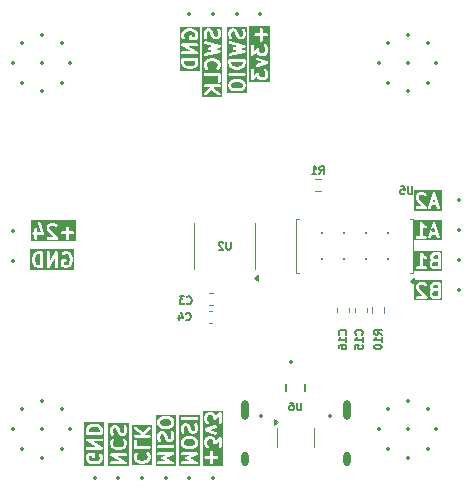
<source format=gbo>
%TF.GenerationSoftware,KiCad,Pcbnew,8.0.4*%
%TF.CreationDate,2024-08-27T17:51:01+02:00*%
%TF.ProjectId,stepper_driver_PCB,73746570-7065-4725-9f64-72697665725f,rev?*%
%TF.SameCoordinates,Original*%
%TF.FileFunction,Legend,Bot*%
%TF.FilePolarity,Positive*%
%FSLAX46Y46*%
G04 Gerber Fmt 4.6, Leading zero omitted, Abs format (unit mm)*
G04 Created by KiCad (PCBNEW 8.0.4) date 2024-08-27 17:51:01*
%MOMM*%
%LPD*%
G01*
G04 APERTURE LIST*
%ADD10C,0.250000*%
%ADD11C,0.150000*%
%ADD12C,0.120000*%
%ADD13C,0.152400*%
%ADD14C,0.350000*%
%ADD15O,0.600000X1.700000*%
%ADD16O,0.600000X1.200000*%
%ADD17C,0.300000*%
G04 APERTURE END LIST*
D10*
G36*
X104730514Y-110832038D02*
G01*
X104814383Y-110873972D01*
X104893461Y-110953050D01*
X104934857Y-111077238D01*
X104934857Y-111217669D01*
X103984857Y-111217669D01*
X103984857Y-111077238D01*
X104026253Y-110953048D01*
X104105330Y-110873972D01*
X104189198Y-110832038D01*
X104389531Y-110781955D01*
X104530182Y-110781955D01*
X104730514Y-110832038D01*
G37*
G36*
X105318190Y-114115288D02*
G01*
X103601524Y-114115288D01*
X103601524Y-113342669D01*
X103734857Y-113342669D01*
X103734857Y-113456955D01*
X103736072Y-113469298D01*
X103735839Y-113472589D01*
X103736823Y-113476918D01*
X103737259Y-113481341D01*
X103738522Y-113484392D01*
X103741272Y-113496483D01*
X103798415Y-113667912D01*
X103808405Y-113690287D01*
X103811348Y-113693680D01*
X103813067Y-113697830D01*
X103828612Y-113716772D01*
X103942896Y-113831057D01*
X103952484Y-113838926D01*
X103954646Y-113841418D01*
X103958403Y-113843783D01*
X103961838Y-113846602D01*
X103964888Y-113847865D01*
X103975383Y-113854472D01*
X104089670Y-113911616D01*
X104091456Y-113912299D01*
X104092179Y-113912835D01*
X104102397Y-113916486D01*
X104112555Y-113920373D01*
X104113454Y-113920436D01*
X104115254Y-113921080D01*
X104343825Y-113978223D01*
X104348054Y-113978848D01*
X104349756Y-113979553D01*
X104358937Y-113980457D01*
X104368066Y-113981807D01*
X104369887Y-113981535D01*
X104374142Y-113981955D01*
X104545571Y-113981955D01*
X104549825Y-113981535D01*
X104551648Y-113981807D01*
X104560777Y-113980457D01*
X104569957Y-113979553D01*
X104571658Y-113978848D01*
X104575888Y-113978223D01*
X104804459Y-113921080D01*
X104806258Y-113920436D01*
X104807158Y-113920373D01*
X104817297Y-113916493D01*
X104827535Y-113912835D01*
X104828260Y-113912297D01*
X104830044Y-113911615D01*
X104944330Y-113854472D01*
X104954822Y-113847866D01*
X104957874Y-113846603D01*
X104961310Y-113843782D01*
X104965067Y-113841418D01*
X104967227Y-113838926D01*
X104976816Y-113831058D01*
X105091102Y-113716773D01*
X105106647Y-113697831D01*
X105108366Y-113693679D01*
X105111309Y-113690287D01*
X105121299Y-113667912D01*
X105178442Y-113496484D01*
X105181191Y-113484391D01*
X105182455Y-113481341D01*
X105182890Y-113476918D01*
X105183875Y-113472589D01*
X105183641Y-113469298D01*
X105184857Y-113456955D01*
X105184857Y-113285527D01*
X105182455Y-113261141D01*
X105180736Y-113256992D01*
X105180418Y-113252511D01*
X105171661Y-113229626D01*
X105114517Y-113115339D01*
X105101463Y-113094602D01*
X105064618Y-113062646D01*
X105018348Y-113047222D01*
X104969698Y-113050680D01*
X104926075Y-113072492D01*
X104894119Y-113109337D01*
X104878695Y-113155607D01*
X104882153Y-113204257D01*
X104890911Y-113227143D01*
X104934857Y-113315035D01*
X104934857Y-113436672D01*
X104893461Y-113560859D01*
X104814383Y-113639937D01*
X104730514Y-113681871D01*
X104530182Y-113731955D01*
X104389531Y-113731955D01*
X104189198Y-113681871D01*
X104105330Y-113639937D01*
X104026253Y-113560861D01*
X103984857Y-113436671D01*
X103984857Y-113362953D01*
X104026142Y-113239098D01*
X104249142Y-113239098D01*
X104249142Y-113342669D01*
X104251544Y-113367055D01*
X104270208Y-113412115D01*
X104304696Y-113446603D01*
X104349756Y-113465267D01*
X104398528Y-113465267D01*
X104443588Y-113446603D01*
X104478076Y-113412115D01*
X104496740Y-113367055D01*
X104499142Y-113342669D01*
X104499142Y-113114098D01*
X104496740Y-113089712D01*
X104478076Y-113044652D01*
X104443588Y-113010164D01*
X104398528Y-112991500D01*
X104374142Y-112989098D01*
X103974142Y-112989098D01*
X103949756Y-112991499D01*
X103949754Y-112991500D01*
X103923359Y-113002433D01*
X103904696Y-113010164D01*
X103904695Y-113010165D01*
X103885753Y-113025710D01*
X103828611Y-113082853D01*
X103813066Y-113101796D01*
X103811347Y-113105943D01*
X103808405Y-113109337D01*
X103798415Y-113131712D01*
X103741272Y-113303140D01*
X103738522Y-113315233D01*
X103737259Y-113318283D01*
X103736823Y-113322704D01*
X103735839Y-113327034D01*
X103736072Y-113330325D01*
X103734857Y-113342669D01*
X103601524Y-113342669D01*
X103601524Y-111922828D01*
X103735162Y-111922828D01*
X103737259Y-111930517D01*
X103737259Y-111938484D01*
X103743620Y-111953841D01*
X103747995Y-111969883D01*
X103752874Y-111976183D01*
X103755923Y-111983544D01*
X103767678Y-111995299D01*
X103777858Y-112008444D01*
X103788076Y-112015697D01*
X103790411Y-112018032D01*
X103792702Y-112018981D01*
X103797840Y-112022628D01*
X104589162Y-112474812D01*
X103859857Y-112474812D01*
X103835471Y-112477214D01*
X103790411Y-112495878D01*
X103755923Y-112530366D01*
X103737259Y-112575426D01*
X103737259Y-112624198D01*
X103755923Y-112669258D01*
X103790411Y-112703746D01*
X103835471Y-112722410D01*
X103859857Y-112724812D01*
X105059857Y-112724812D01*
X105066127Y-112724194D01*
X105068587Y-112724507D01*
X105071771Y-112723638D01*
X105084243Y-112722410D01*
X105099600Y-112716048D01*
X105115642Y-112711674D01*
X105121942Y-112706794D01*
X105129303Y-112703746D01*
X105141058Y-112691990D01*
X105154203Y-112681811D01*
X105158156Y-112674892D01*
X105163791Y-112669258D01*
X105170152Y-112653899D01*
X105178401Y-112639465D01*
X105179406Y-112631558D01*
X105182455Y-112624198D01*
X105182455Y-112607576D01*
X105184552Y-112591082D01*
X105182455Y-112583392D01*
X105182455Y-112575426D01*
X105176093Y-112560068D01*
X105171719Y-112544027D01*
X105166840Y-112537727D01*
X105163791Y-112530366D01*
X105152032Y-112518607D01*
X105141855Y-112505466D01*
X105131638Y-112498213D01*
X105129303Y-112495878D01*
X105127011Y-112494928D01*
X105121874Y-112491282D01*
X104330552Y-112039098D01*
X105059857Y-112039098D01*
X105084243Y-112036696D01*
X105129303Y-112018032D01*
X105163791Y-111983544D01*
X105182455Y-111938484D01*
X105182455Y-111889712D01*
X105163791Y-111844652D01*
X105129303Y-111810164D01*
X105084243Y-111791500D01*
X105059857Y-111789098D01*
X103859857Y-111789098D01*
X103853586Y-111789715D01*
X103851127Y-111789403D01*
X103847942Y-111790271D01*
X103835471Y-111791500D01*
X103820113Y-111797861D01*
X103804072Y-111802236D01*
X103797771Y-111807115D01*
X103790411Y-111810164D01*
X103778655Y-111821919D01*
X103765511Y-111832099D01*
X103761557Y-111839017D01*
X103755923Y-111844652D01*
X103749561Y-111860010D01*
X103741313Y-111874445D01*
X103740307Y-111882351D01*
X103737259Y-111889712D01*
X103737259Y-111906333D01*
X103735162Y-111922828D01*
X103601524Y-111922828D01*
X103601524Y-111056955D01*
X103734857Y-111056955D01*
X103734857Y-111342669D01*
X103737259Y-111367055D01*
X103755923Y-111412115D01*
X103790411Y-111446603D01*
X103835471Y-111465267D01*
X103859857Y-111467669D01*
X105059857Y-111467669D01*
X105084243Y-111465267D01*
X105129303Y-111446603D01*
X105163791Y-111412115D01*
X105182455Y-111367055D01*
X105184857Y-111342669D01*
X105184857Y-111056955D01*
X105183641Y-111044611D01*
X105183875Y-111041321D01*
X105182890Y-111036991D01*
X105182455Y-111032569D01*
X105181191Y-111029518D01*
X105178442Y-111017426D01*
X105121299Y-110845998D01*
X105111309Y-110823623D01*
X105108366Y-110820230D01*
X105106647Y-110816079D01*
X105091102Y-110797137D01*
X104976816Y-110682852D01*
X104967227Y-110674983D01*
X104965067Y-110672492D01*
X104961310Y-110670127D01*
X104957874Y-110667307D01*
X104954822Y-110666043D01*
X104944330Y-110659438D01*
X104830044Y-110602295D01*
X104828260Y-110601612D01*
X104827535Y-110601075D01*
X104817297Y-110597416D01*
X104807158Y-110593537D01*
X104806258Y-110593473D01*
X104804459Y-110592830D01*
X104575888Y-110535687D01*
X104571658Y-110535061D01*
X104569957Y-110534357D01*
X104560777Y-110533452D01*
X104551648Y-110532103D01*
X104549825Y-110532374D01*
X104545571Y-110531955D01*
X104374142Y-110531955D01*
X104369887Y-110532374D01*
X104368066Y-110532103D01*
X104358937Y-110533452D01*
X104349756Y-110534357D01*
X104348054Y-110535061D01*
X104343825Y-110535687D01*
X104115254Y-110592830D01*
X104113454Y-110593473D01*
X104112555Y-110593537D01*
X104102397Y-110597423D01*
X104092179Y-110601075D01*
X104091456Y-110601610D01*
X104089670Y-110602294D01*
X103975383Y-110659438D01*
X103964888Y-110666044D01*
X103961838Y-110667308D01*
X103958403Y-110670126D01*
X103954646Y-110672492D01*
X103952484Y-110674983D01*
X103942896Y-110682853D01*
X103828612Y-110797138D01*
X103813067Y-110816080D01*
X103811348Y-110820229D01*
X103808405Y-110823623D01*
X103798415Y-110845998D01*
X103741272Y-111017427D01*
X103738522Y-111029517D01*
X103737259Y-111032569D01*
X103736823Y-111036991D01*
X103735839Y-111041321D01*
X103736072Y-111044611D01*
X103734857Y-111056955D01*
X103601524Y-111056955D01*
X103601524Y-110398622D01*
X105318190Y-110398622D01*
X105318190Y-114115288D01*
G37*
G36*
X115368190Y-114105743D02*
G01*
X113651524Y-114105743D01*
X113651524Y-113368283D01*
X113787259Y-113368283D01*
X113787259Y-113417055D01*
X113805923Y-113462115D01*
X113840411Y-113496603D01*
X113885471Y-113515267D01*
X113909857Y-113517669D01*
X114242000Y-113517669D01*
X114242000Y-113849812D01*
X114244402Y-113874198D01*
X114263066Y-113919258D01*
X114297554Y-113953746D01*
X114342614Y-113972410D01*
X114391386Y-113972410D01*
X114436446Y-113953746D01*
X114470934Y-113919258D01*
X114489598Y-113874198D01*
X114492000Y-113849812D01*
X114492000Y-113517669D01*
X114824142Y-113517669D01*
X114848528Y-113515267D01*
X114893588Y-113496603D01*
X114928076Y-113462115D01*
X114946740Y-113417055D01*
X114946740Y-113368283D01*
X114928076Y-113323223D01*
X114893588Y-113288735D01*
X114848528Y-113270071D01*
X114824142Y-113267669D01*
X114492000Y-113267669D01*
X114492000Y-112935527D01*
X114489598Y-112911141D01*
X114470934Y-112866081D01*
X114436446Y-112831593D01*
X114391386Y-112812929D01*
X114342614Y-112812929D01*
X114297554Y-112831593D01*
X114263066Y-112866081D01*
X114244402Y-112911141D01*
X114242000Y-112935527D01*
X114242000Y-113267669D01*
X113909857Y-113267669D01*
X113885471Y-113270071D01*
X113840411Y-113288735D01*
X113805923Y-113323223D01*
X113787259Y-113368283D01*
X113651524Y-113368283D01*
X113651524Y-111964098D01*
X113784857Y-111964098D01*
X113784857Y-112306955D01*
X113787259Y-112331341D01*
X113788977Y-112335489D01*
X113789296Y-112339971D01*
X113798054Y-112362857D01*
X113855197Y-112477143D01*
X113861803Y-112487637D01*
X113863066Y-112490686D01*
X113865884Y-112494120D01*
X113868251Y-112497880D01*
X113870743Y-112500041D01*
X113878611Y-112509629D01*
X113935753Y-112566772D01*
X113954695Y-112582317D01*
X113999754Y-112600982D01*
X114048528Y-112600983D01*
X114093588Y-112582318D01*
X114128075Y-112547831D01*
X114146740Y-112502772D01*
X114146741Y-112453999D01*
X114128076Y-112408939D01*
X114112531Y-112389997D01*
X114069732Y-112347196D01*
X114034857Y-112277446D01*
X114034857Y-111993606D01*
X114069731Y-111923858D01*
X114098187Y-111895401D01*
X114167936Y-111860527D01*
X114394634Y-111860527D01*
X114464384Y-111895402D01*
X114492839Y-111923858D01*
X114527714Y-111993606D01*
X114527714Y-112135527D01*
X114528984Y-112148420D01*
X114528765Y-112151705D01*
X114529530Y-112153968D01*
X114530116Y-112159913D01*
X114537884Y-112178667D01*
X114544391Y-112197906D01*
X114547166Y-112201078D01*
X114548780Y-112204973D01*
X114563137Y-112219330D01*
X114576508Y-112234611D01*
X114580286Y-112236479D01*
X114583268Y-112239461D01*
X114602027Y-112247231D01*
X114620226Y-112256231D01*
X114624432Y-112256511D01*
X114628328Y-112258125D01*
X114648631Y-112258125D01*
X114668892Y-112259476D01*
X114672886Y-112258125D01*
X114677100Y-112258125D01*
X114695854Y-112250356D01*
X114715093Y-112243850D01*
X114719954Y-112240374D01*
X114722160Y-112239461D01*
X114724486Y-112237134D01*
X114735027Y-112229599D01*
X114984857Y-112010997D01*
X114984857Y-112478384D01*
X114987259Y-112502770D01*
X115005923Y-112547830D01*
X115040411Y-112582318D01*
X115085471Y-112600982D01*
X115134243Y-112600982D01*
X115179303Y-112582318D01*
X115213791Y-112547830D01*
X115232455Y-112502770D01*
X115234857Y-112478384D01*
X115234857Y-111735527D01*
X115233586Y-111722633D01*
X115233806Y-111719349D01*
X115233040Y-111717085D01*
X115232455Y-111711141D01*
X115224686Y-111692386D01*
X115218180Y-111673148D01*
X115215404Y-111669975D01*
X115213791Y-111666081D01*
X115199433Y-111651723D01*
X115186063Y-111636443D01*
X115182284Y-111634574D01*
X115179303Y-111631593D01*
X115160543Y-111623822D01*
X115142345Y-111614823D01*
X115138138Y-111614542D01*
X115134243Y-111612929D01*
X115113940Y-111612929D01*
X115093679Y-111611578D01*
X115089685Y-111612929D01*
X115085471Y-111612929D01*
X115066716Y-111620697D01*
X115047478Y-111627204D01*
X115042616Y-111630679D01*
X115040411Y-111631593D01*
X115038084Y-111633919D01*
X115027544Y-111641455D01*
X114751789Y-111882740D01*
X114707374Y-111793911D01*
X114700767Y-111783416D01*
X114699504Y-111780366D01*
X114696685Y-111776931D01*
X114694320Y-111773174D01*
X114691828Y-111771012D01*
X114683959Y-111761424D01*
X114626816Y-111704282D01*
X114617230Y-111696415D01*
X114615067Y-111693921D01*
X114611305Y-111691553D01*
X114607874Y-111688737D01*
X114604826Y-111687474D01*
X114594330Y-111680867D01*
X114480044Y-111623724D01*
X114457158Y-111614966D01*
X114452676Y-111614647D01*
X114448528Y-111612929D01*
X114424142Y-111610527D01*
X114138428Y-111610527D01*
X114114042Y-111612929D01*
X114109893Y-111614647D01*
X114105412Y-111614966D01*
X114082527Y-111623723D01*
X113968240Y-111680867D01*
X113957745Y-111687473D01*
X113954695Y-111688737D01*
X113951260Y-111691555D01*
X113947503Y-111693921D01*
X113945341Y-111696412D01*
X113935753Y-111704282D01*
X113878611Y-111761425D01*
X113870746Y-111771008D01*
X113868251Y-111773173D01*
X113865882Y-111776936D01*
X113863066Y-111780368D01*
X113861803Y-111783415D01*
X113855197Y-111793911D01*
X113798054Y-111908196D01*
X113789296Y-111931082D01*
X113788977Y-111935563D01*
X113787259Y-111939712D01*
X113784857Y-111964098D01*
X113651524Y-111964098D01*
X113651524Y-111031544D01*
X113786199Y-111031544D01*
X113787107Y-111049813D01*
X113786199Y-111068082D01*
X113788309Y-111073991D01*
X113788621Y-111080256D01*
X113796449Y-111096783D01*
X113802603Y-111114013D01*
X113806814Y-111118664D01*
X113809500Y-111124335D01*
X113823058Y-111136608D01*
X113835335Y-111150170D01*
X113841006Y-111152856D01*
X113845658Y-111157067D01*
X113867815Y-111167531D01*
X114667815Y-111453245D01*
X114691589Y-111459185D01*
X114740301Y-111456763D01*
X114784379Y-111435884D01*
X114817111Y-111399727D01*
X114833515Y-111353796D01*
X114831094Y-111305084D01*
X114810214Y-111261005D01*
X114774057Y-111228273D01*
X114751899Y-111217809D01*
X114281509Y-111049812D01*
X114751899Y-110881816D01*
X114774057Y-110871352D01*
X114810214Y-110838620D01*
X114831093Y-110794541D01*
X114833515Y-110745829D01*
X114817111Y-110699898D01*
X114784379Y-110663741D01*
X114740300Y-110642862D01*
X114691588Y-110640440D01*
X114667815Y-110646380D01*
X113867815Y-110932095D01*
X113845657Y-110942559D01*
X113841005Y-110946770D01*
X113835335Y-110949456D01*
X113823061Y-110963014D01*
X113809500Y-110975291D01*
X113806813Y-110980962D01*
X113802603Y-110985614D01*
X113796450Y-111002840D01*
X113788621Y-111019370D01*
X113788309Y-111025634D01*
X113786199Y-111031544D01*
X113651524Y-111031544D01*
X113651524Y-109906955D01*
X113784857Y-109906955D01*
X113784857Y-110249812D01*
X113787259Y-110274198D01*
X113788977Y-110278346D01*
X113789296Y-110282828D01*
X113798054Y-110305714D01*
X113855197Y-110420000D01*
X113861803Y-110430494D01*
X113863066Y-110433543D01*
X113865884Y-110436977D01*
X113868251Y-110440737D01*
X113870743Y-110442898D01*
X113878611Y-110452486D01*
X113935753Y-110509629D01*
X113954695Y-110525174D01*
X113999754Y-110543839D01*
X114048528Y-110543840D01*
X114093588Y-110525175D01*
X114128075Y-110490688D01*
X114146740Y-110445629D01*
X114146741Y-110396856D01*
X114128076Y-110351796D01*
X114112531Y-110332854D01*
X114069732Y-110290053D01*
X114034857Y-110220303D01*
X114034857Y-109936463D01*
X114069731Y-109866715D01*
X114098187Y-109838258D01*
X114167936Y-109803384D01*
X114394634Y-109803384D01*
X114464384Y-109838259D01*
X114492839Y-109866715D01*
X114527714Y-109936463D01*
X114527714Y-110078384D01*
X114528984Y-110091277D01*
X114528765Y-110094562D01*
X114529530Y-110096825D01*
X114530116Y-110102770D01*
X114537884Y-110121524D01*
X114544391Y-110140763D01*
X114547166Y-110143935D01*
X114548780Y-110147830D01*
X114563137Y-110162187D01*
X114576508Y-110177468D01*
X114580286Y-110179336D01*
X114583268Y-110182318D01*
X114602027Y-110190088D01*
X114620226Y-110199088D01*
X114624432Y-110199368D01*
X114628328Y-110200982D01*
X114648631Y-110200982D01*
X114668892Y-110202333D01*
X114672886Y-110200982D01*
X114677100Y-110200982D01*
X114695854Y-110193213D01*
X114715093Y-110186707D01*
X114719954Y-110183231D01*
X114722160Y-110182318D01*
X114724486Y-110179991D01*
X114735027Y-110172456D01*
X114984857Y-109953854D01*
X114984857Y-110421241D01*
X114987259Y-110445627D01*
X115005923Y-110490687D01*
X115040411Y-110525175D01*
X115085471Y-110543839D01*
X115134243Y-110543839D01*
X115179303Y-110525175D01*
X115213791Y-110490687D01*
X115232455Y-110445627D01*
X115234857Y-110421241D01*
X115234857Y-109678384D01*
X115233586Y-109665490D01*
X115233806Y-109662206D01*
X115233040Y-109659942D01*
X115232455Y-109653998D01*
X115224686Y-109635243D01*
X115218180Y-109616005D01*
X115215404Y-109612832D01*
X115213791Y-109608938D01*
X115199433Y-109594580D01*
X115186063Y-109579300D01*
X115182284Y-109577431D01*
X115179303Y-109574450D01*
X115160543Y-109566679D01*
X115142345Y-109557680D01*
X115138138Y-109557399D01*
X115134243Y-109555786D01*
X115113940Y-109555786D01*
X115093679Y-109554435D01*
X115089685Y-109555786D01*
X115085471Y-109555786D01*
X115066716Y-109563554D01*
X115047478Y-109570061D01*
X115042616Y-109573536D01*
X115040411Y-109574450D01*
X115038084Y-109576776D01*
X115027544Y-109584312D01*
X114751789Y-109825597D01*
X114707374Y-109736768D01*
X114700767Y-109726273D01*
X114699504Y-109723223D01*
X114696685Y-109719788D01*
X114694320Y-109716031D01*
X114691828Y-109713869D01*
X114683959Y-109704281D01*
X114626816Y-109647139D01*
X114617230Y-109639272D01*
X114615067Y-109636778D01*
X114611305Y-109634410D01*
X114607874Y-109631594D01*
X114604826Y-109630331D01*
X114594330Y-109623724D01*
X114480044Y-109566581D01*
X114457158Y-109557823D01*
X114452676Y-109557504D01*
X114448528Y-109555786D01*
X114424142Y-109553384D01*
X114138428Y-109553384D01*
X114114042Y-109555786D01*
X114109893Y-109557504D01*
X114105412Y-109557823D01*
X114082527Y-109566580D01*
X113968240Y-109623724D01*
X113957745Y-109630330D01*
X113954695Y-109631594D01*
X113951260Y-109634412D01*
X113947503Y-109636778D01*
X113945341Y-109639269D01*
X113935753Y-109647139D01*
X113878611Y-109704282D01*
X113870746Y-109713865D01*
X113868251Y-109716030D01*
X113865882Y-109719793D01*
X113863066Y-109723225D01*
X113861803Y-109726272D01*
X113855197Y-109736768D01*
X113798054Y-109851053D01*
X113789296Y-109873939D01*
X113788977Y-109878420D01*
X113787259Y-109882569D01*
X113784857Y-109906955D01*
X113651524Y-109906955D01*
X113651524Y-109420051D01*
X115368190Y-109420051D01*
X115368190Y-114105743D01*
G37*
G36*
X115298475Y-82879764D02*
G01*
X113581809Y-82879764D01*
X113581809Y-81911516D01*
X113717544Y-81911516D01*
X113717544Y-81960288D01*
X113736208Y-82005348D01*
X113770696Y-82039836D01*
X113815756Y-82058500D01*
X113840142Y-82060902D01*
X114224080Y-82060902D01*
X113751754Y-82533228D01*
X113736209Y-82552170D01*
X113717544Y-82597229D01*
X113717544Y-82646003D01*
X113736209Y-82691062D01*
X113770696Y-82725549D01*
X113815755Y-82744214D01*
X113864529Y-82744214D01*
X113909588Y-82725549D01*
X113928530Y-82710004D01*
X114366157Y-82272377D01*
X114965142Y-82721616D01*
X114986092Y-82734326D01*
X115033339Y-82746431D01*
X115081622Y-82739533D01*
X115123589Y-82714684D01*
X115152852Y-82675666D01*
X115164957Y-82628420D01*
X115158059Y-82580137D01*
X115133210Y-82538169D01*
X115115142Y-82521616D01*
X114544729Y-82093805D01*
X114577633Y-82060902D01*
X115040142Y-82060902D01*
X115064528Y-82058500D01*
X115109588Y-82039836D01*
X115144076Y-82005348D01*
X115162740Y-81960288D01*
X115162740Y-81911516D01*
X115144076Y-81866456D01*
X115109588Y-81831968D01*
X115064528Y-81813304D01*
X115040142Y-81810902D01*
X113840142Y-81810902D01*
X113815756Y-81813304D01*
X113770696Y-81831968D01*
X113736208Y-81866456D01*
X113717544Y-81911516D01*
X113581809Y-81911516D01*
X113581809Y-80940087D01*
X113717544Y-80940087D01*
X113717544Y-80988859D01*
X113736208Y-81033919D01*
X113770696Y-81068407D01*
X113815756Y-81087071D01*
X113840142Y-81089473D01*
X114915142Y-81089473D01*
X114915142Y-81535901D01*
X114917544Y-81560287D01*
X114936208Y-81605347D01*
X114970696Y-81639835D01*
X115015756Y-81658499D01*
X115064528Y-81658499D01*
X115109588Y-81639835D01*
X115144076Y-81605347D01*
X115162740Y-81560287D01*
X115165142Y-81535901D01*
X115165142Y-80964473D01*
X115162740Y-80940087D01*
X115144076Y-80895027D01*
X115109588Y-80860539D01*
X115064528Y-80841875D01*
X115040142Y-80839473D01*
X113840142Y-80839473D01*
X113815756Y-80841875D01*
X113770696Y-80860539D01*
X113736208Y-80895027D01*
X113717544Y-80940087D01*
X113581809Y-80940087D01*
X113581809Y-80107330D01*
X113715142Y-80107330D01*
X113715142Y-80221616D01*
X113716357Y-80233959D01*
X113716124Y-80237251D01*
X113717108Y-80241580D01*
X113717544Y-80246002D01*
X113718807Y-80249051D01*
X113721557Y-80261145D01*
X113778700Y-80432573D01*
X113788690Y-80454948D01*
X113791633Y-80458342D01*
X113793352Y-80462490D01*
X113808897Y-80481432D01*
X113866039Y-80538575D01*
X113884981Y-80554120D01*
X113930041Y-80572785D01*
X113978814Y-80572785D01*
X114023874Y-80554120D01*
X114058361Y-80519633D01*
X114077026Y-80474573D01*
X114077026Y-80425800D01*
X114058361Y-80380740D01*
X114042816Y-80361798D01*
X114006538Y-80325521D01*
X113965142Y-80201331D01*
X113965142Y-80127613D01*
X114006538Y-80003424D01*
X114085616Y-79924347D01*
X114169484Y-79882413D01*
X114369817Y-79832330D01*
X114510468Y-79832330D01*
X114710800Y-79882413D01*
X114794669Y-79924347D01*
X114873745Y-80003423D01*
X114915142Y-80127615D01*
X114915142Y-80201332D01*
X114873745Y-80325521D01*
X114837469Y-80361799D01*
X114821924Y-80380741D01*
X114803259Y-80425800D01*
X114803259Y-80474574D01*
X114821924Y-80519633D01*
X114856411Y-80554120D01*
X114901470Y-80572785D01*
X114950244Y-80572785D01*
X114995303Y-80554120D01*
X115014245Y-80538575D01*
X115071388Y-80481433D01*
X115086933Y-80462491D01*
X115088652Y-80458339D01*
X115091595Y-80454947D01*
X115101586Y-80432572D01*
X115158728Y-80261144D01*
X115161477Y-80249050D01*
X115162740Y-80246002D01*
X115163175Y-80241580D01*
X115164160Y-80237250D01*
X115163926Y-80233959D01*
X115165142Y-80221616D01*
X115165142Y-80107330D01*
X115163926Y-80094986D01*
X115164160Y-80091697D01*
X115163175Y-80087366D01*
X115162740Y-80082944D01*
X115161477Y-80079894D01*
X115158728Y-80067802D01*
X115101586Y-79896373D01*
X115091595Y-79873998D01*
X115088652Y-79870605D01*
X115086933Y-79866454D01*
X115071388Y-79847512D01*
X114957102Y-79733227D01*
X114947513Y-79725358D01*
X114945353Y-79722867D01*
X114941596Y-79720502D01*
X114938160Y-79717682D01*
X114935108Y-79716418D01*
X114924616Y-79709813D01*
X114810330Y-79652670D01*
X114808546Y-79651987D01*
X114807821Y-79651450D01*
X114797583Y-79647791D01*
X114787444Y-79643912D01*
X114786544Y-79643848D01*
X114784745Y-79643205D01*
X114556174Y-79586062D01*
X114551944Y-79585436D01*
X114550243Y-79584732D01*
X114541063Y-79583827D01*
X114531934Y-79582478D01*
X114530111Y-79582749D01*
X114525857Y-79582330D01*
X114354428Y-79582330D01*
X114350173Y-79582749D01*
X114348352Y-79582478D01*
X114339223Y-79583827D01*
X114330042Y-79584732D01*
X114328340Y-79585436D01*
X114324111Y-79586062D01*
X114095540Y-79643205D01*
X114093740Y-79643848D01*
X114092841Y-79643912D01*
X114082683Y-79647798D01*
X114072465Y-79651450D01*
X114071742Y-79651985D01*
X114069956Y-79652669D01*
X113955669Y-79709813D01*
X113945176Y-79716418D01*
X113942125Y-79717682D01*
X113938688Y-79720502D01*
X113934932Y-79722867D01*
X113932771Y-79725358D01*
X113923183Y-79733227D01*
X113808897Y-79847512D01*
X113793352Y-79866454D01*
X113791632Y-79870605D01*
X113788690Y-79873998D01*
X113778700Y-79896373D01*
X113721557Y-80067802D01*
X113718807Y-80079892D01*
X113717544Y-80082944D01*
X113717108Y-80087366D01*
X113716124Y-80091696D01*
X113716357Y-80094986D01*
X113715142Y-80107330D01*
X113581809Y-80107330D01*
X113581809Y-78274085D01*
X113715230Y-78274085D01*
X113722949Y-78322242D01*
X113748511Y-78363781D01*
X113788023Y-78392374D01*
X113811189Y-78400359D01*
X114529283Y-78571333D01*
X114150792Y-78672265D01*
X114145080Y-78674406D01*
X114142679Y-78674726D01*
X114139828Y-78676376D01*
X114127848Y-78680869D01*
X114114746Y-78690897D01*
X114100469Y-78699163D01*
X114095548Y-78705592D01*
X114089119Y-78710513D01*
X114080853Y-78724790D01*
X114070825Y-78737892D01*
X114068738Y-78745716D01*
X114064682Y-78752723D01*
X114062509Y-78769076D01*
X114058258Y-78785018D01*
X114059324Y-78793044D01*
X114058258Y-78801070D01*
X114062509Y-78817011D01*
X114064682Y-78833365D01*
X114068738Y-78840371D01*
X114070825Y-78848196D01*
X114080853Y-78861297D01*
X114089119Y-78875575D01*
X114095548Y-78880495D01*
X114100469Y-78886925D01*
X114114746Y-78895190D01*
X114127848Y-78905219D01*
X114139828Y-78909711D01*
X114142679Y-78911362D01*
X114145080Y-78911681D01*
X114150792Y-78913823D01*
X114529282Y-79014753D01*
X113811189Y-79185729D01*
X113788023Y-79193714D01*
X113748511Y-79222308D01*
X113722949Y-79263846D01*
X113715230Y-79312003D01*
X113726526Y-79359449D01*
X113755120Y-79398961D01*
X113796658Y-79424523D01*
X113844815Y-79432242D01*
X113869095Y-79428931D01*
X115069095Y-79143216D01*
X115077462Y-79140331D01*
X115080464Y-79139933D01*
X115083177Y-79138361D01*
X115092261Y-79135231D01*
X115106963Y-79124590D01*
X115122673Y-79115496D01*
X115126574Y-79110399D01*
X115131773Y-79106637D01*
X115141285Y-79091179D01*
X115152317Y-79076767D01*
X115153970Y-79070566D01*
X115157335Y-79065099D01*
X115160207Y-79047177D01*
X115164884Y-79029641D01*
X115164038Y-79023277D01*
X115165054Y-79016942D01*
X115160852Y-78999293D01*
X115158461Y-78981294D01*
X115155243Y-78975737D01*
X115153758Y-78969496D01*
X115143117Y-78954791D01*
X115134023Y-78939084D01*
X115128928Y-78935184D01*
X115125165Y-78929984D01*
X115109703Y-78920469D01*
X115095294Y-78909440D01*
X115086298Y-78906066D01*
X115083626Y-78904422D01*
X115080633Y-78903942D01*
X115072350Y-78900836D01*
X114668128Y-78793043D01*
X115072350Y-78685251D01*
X115080632Y-78682144D01*
X115083627Y-78681665D01*
X115086301Y-78680019D01*
X115095294Y-78676647D01*
X115109702Y-78665618D01*
X115125165Y-78656103D01*
X115128928Y-78650902D01*
X115134023Y-78647003D01*
X115143115Y-78631297D01*
X115153758Y-78616591D01*
X115155244Y-78610346D01*
X115158460Y-78604793D01*
X115160850Y-78586804D01*
X115165055Y-78569145D01*
X115164038Y-78562806D01*
X115164884Y-78556446D01*
X115160208Y-78538913D01*
X115157335Y-78520988D01*
X115153970Y-78515520D01*
X115152317Y-78509320D01*
X115141285Y-78494907D01*
X115131773Y-78479450D01*
X115126574Y-78475687D01*
X115122673Y-78470591D01*
X115106965Y-78461497D01*
X115092261Y-78450856D01*
X115083175Y-78447724D01*
X115080463Y-78446154D01*
X115077463Y-78445755D01*
X115069095Y-78442871D01*
X113869095Y-78157157D01*
X113844815Y-78153846D01*
X113796658Y-78161565D01*
X113755119Y-78187127D01*
X113726526Y-78226639D01*
X113715230Y-78274085D01*
X113581809Y-78274085D01*
X113581809Y-77421615D01*
X113715142Y-77421615D01*
X113715142Y-77707330D01*
X113716357Y-77719673D01*
X113716124Y-77722965D01*
X113717108Y-77727294D01*
X113717544Y-77731716D01*
X113718807Y-77734765D01*
X113721557Y-77746859D01*
X113778700Y-77918287D01*
X113788690Y-77940662D01*
X113820645Y-77977507D01*
X113864270Y-77999319D01*
X113912919Y-78002776D01*
X113959189Y-77987353D01*
X113996034Y-77955397D01*
X114017846Y-77911773D01*
X114021303Y-77863123D01*
X114015870Y-77839229D01*
X113965142Y-77687045D01*
X113965142Y-77451123D01*
X114000016Y-77381374D01*
X114028473Y-77352918D01*
X114098222Y-77318044D01*
X114153492Y-77318044D01*
X114223240Y-77352918D01*
X114251696Y-77381375D01*
X114293630Y-77465242D01*
X114347446Y-77680504D01*
X114348089Y-77682303D01*
X114348153Y-77683203D01*
X114352032Y-77693342D01*
X114355691Y-77703580D01*
X114356228Y-77704305D01*
X114356911Y-77706089D01*
X114414054Y-77820375D01*
X114420660Y-77830869D01*
X114421924Y-77833920D01*
X114424742Y-77837354D01*
X114427108Y-77841112D01*
X114429599Y-77843273D01*
X114437469Y-77852862D01*
X114494613Y-77910004D01*
X114504197Y-77917869D01*
X114506361Y-77920364D01*
X114510121Y-77922731D01*
X114513555Y-77925549D01*
X114516603Y-77926811D01*
X114527098Y-77933418D01*
X114641383Y-77990561D01*
X114664269Y-77999319D01*
X114668750Y-77999637D01*
X114672899Y-78001356D01*
X114697285Y-78003758D01*
X114811571Y-78003758D01*
X114835957Y-78001356D01*
X114840105Y-77999637D01*
X114844587Y-77999319D01*
X114867473Y-77990561D01*
X114981759Y-77933418D01*
X114992253Y-77926811D01*
X114995302Y-77925549D01*
X114998736Y-77922730D01*
X115002496Y-77920364D01*
X115004657Y-77917871D01*
X115014245Y-77910004D01*
X115071388Y-77852862D01*
X115079257Y-77843272D01*
X115081750Y-77841111D01*
X115084115Y-77837352D01*
X115086933Y-77833920D01*
X115088195Y-77830871D01*
X115094804Y-77820374D01*
X115151946Y-77706088D01*
X115160703Y-77683202D01*
X115161021Y-77678722D01*
X115162740Y-77674573D01*
X115165142Y-77650187D01*
X115165142Y-77364473D01*
X115163926Y-77352129D01*
X115164160Y-77348840D01*
X115163175Y-77344509D01*
X115162740Y-77340087D01*
X115161477Y-77337037D01*
X115158728Y-77324945D01*
X115101586Y-77153516D01*
X115091595Y-77131141D01*
X115059640Y-77094295D01*
X115016016Y-77072483D01*
X114967366Y-77069026D01*
X114921097Y-77084449D01*
X114884251Y-77116404D01*
X114862439Y-77160028D01*
X114858982Y-77208678D01*
X114864414Y-77232572D01*
X114915142Y-77384758D01*
X114915142Y-77620678D01*
X114880267Y-77690429D01*
X114851812Y-77718882D01*
X114782063Y-77753758D01*
X114726793Y-77753758D01*
X114657045Y-77718883D01*
X114628588Y-77690427D01*
X114586654Y-77606559D01*
X114532839Y-77391298D01*
X114532195Y-77389498D01*
X114532132Y-77388599D01*
X114528249Y-77378452D01*
X114524594Y-77368223D01*
X114524057Y-77367498D01*
X114523374Y-77365713D01*
X114466231Y-77251428D01*
X114459624Y-77240933D01*
X114458361Y-77237883D01*
X114455542Y-77234448D01*
X114453177Y-77230691D01*
X114450685Y-77228529D01*
X114442816Y-77218941D01*
X114385673Y-77161799D01*
X114376091Y-77153935D01*
X114373925Y-77151438D01*
X114370159Y-77149067D01*
X114366731Y-77146254D01*
X114363685Y-77144992D01*
X114353187Y-77138384D01*
X114238902Y-77081241D01*
X114216016Y-77072483D01*
X114211534Y-77072164D01*
X114207386Y-77070446D01*
X114183000Y-77068044D01*
X114068714Y-77068044D01*
X114044328Y-77070446D01*
X114040179Y-77072164D01*
X114035698Y-77072483D01*
X114012813Y-77081240D01*
X113898526Y-77138384D01*
X113888031Y-77144990D01*
X113884981Y-77146254D01*
X113881546Y-77149072D01*
X113877789Y-77151438D01*
X113875627Y-77153929D01*
X113866039Y-77161799D01*
X113808897Y-77218942D01*
X113801033Y-77228523D01*
X113798536Y-77230690D01*
X113796165Y-77234455D01*
X113793352Y-77237884D01*
X113792090Y-77240929D01*
X113785482Y-77251428D01*
X113728339Y-77365713D01*
X113719581Y-77388599D01*
X113719262Y-77393080D01*
X113717544Y-77397229D01*
X113715142Y-77421615D01*
X113581809Y-77421615D01*
X113581809Y-76934711D01*
X115298475Y-76934711D01*
X115298475Y-82879764D01*
G37*
G36*
X102905743Y-95098475D02*
G01*
X99079596Y-95098475D01*
X99079596Y-94415756D01*
X99212929Y-94415756D01*
X99212929Y-94464528D01*
X99231593Y-94509588D01*
X99266081Y-94544076D01*
X99311141Y-94562740D01*
X99335527Y-94565142D01*
X99381956Y-94565142D01*
X99381956Y-94840142D01*
X99384358Y-94864528D01*
X99403022Y-94909588D01*
X99437510Y-94944076D01*
X99482570Y-94962740D01*
X99531342Y-94962740D01*
X99576402Y-94944076D01*
X99610890Y-94909588D01*
X99629554Y-94864528D01*
X99631956Y-94840142D01*
X99631956Y-94565142D01*
X100078384Y-94565142D01*
X100090727Y-94563926D01*
X100094018Y-94564160D01*
X100096393Y-94563368D01*
X100102770Y-94562740D01*
X100121285Y-94555070D01*
X100140287Y-94548737D01*
X100143678Y-94545795D01*
X100147830Y-94544076D01*
X100161998Y-94529907D01*
X100177133Y-94516782D01*
X100179141Y-94512764D01*
X100182318Y-94509588D01*
X100189985Y-94491075D01*
X100198945Y-94473157D01*
X100199263Y-94468677D01*
X100200982Y-94464528D01*
X100200982Y-94444491D01*
X100202402Y-94424508D01*
X100200982Y-94418262D01*
X100200982Y-94415756D01*
X100199718Y-94412704D01*
X100196969Y-94400614D01*
X100019669Y-93868714D01*
X100410527Y-93868714D01*
X100410527Y-93983000D01*
X100411742Y-93995343D01*
X100411509Y-93998635D01*
X100412493Y-94002964D01*
X100412929Y-94007386D01*
X100414192Y-94010435D01*
X100416942Y-94022529D01*
X100474085Y-94193957D01*
X100484075Y-94216332D01*
X100487018Y-94219726D01*
X100488737Y-94223874D01*
X100504282Y-94242816D01*
X100976608Y-94715142D01*
X100535527Y-94715142D01*
X100511141Y-94717544D01*
X100466081Y-94736208D01*
X100431593Y-94770696D01*
X100412929Y-94815756D01*
X100412929Y-94864528D01*
X100431593Y-94909588D01*
X100466081Y-94944076D01*
X100511141Y-94962740D01*
X100535527Y-94965142D01*
X101278384Y-94965142D01*
X101302770Y-94962740D01*
X101302771Y-94962740D01*
X101315968Y-94957273D01*
X101347830Y-94944076D01*
X101382318Y-94909588D01*
X101400982Y-94864528D01*
X101400982Y-94815756D01*
X101382318Y-94770696D01*
X101382312Y-94770690D01*
X101366772Y-94751754D01*
X100973632Y-94358614D01*
X101612929Y-94358614D01*
X101612929Y-94407386D01*
X101631593Y-94452446D01*
X101666081Y-94486934D01*
X101711141Y-94505598D01*
X101735527Y-94508000D01*
X102067669Y-94508000D01*
X102067669Y-94840142D01*
X102070071Y-94864528D01*
X102088735Y-94909588D01*
X102123223Y-94944076D01*
X102168283Y-94962740D01*
X102217055Y-94962740D01*
X102262115Y-94944076D01*
X102296603Y-94909588D01*
X102315267Y-94864528D01*
X102317669Y-94840142D01*
X102317669Y-94508000D01*
X102649812Y-94508000D01*
X102674198Y-94505598D01*
X102719258Y-94486934D01*
X102753746Y-94452446D01*
X102772410Y-94407386D01*
X102772410Y-94358614D01*
X102753746Y-94313554D01*
X102719258Y-94279066D01*
X102674198Y-94260402D01*
X102649812Y-94258000D01*
X102317669Y-94258000D01*
X102317669Y-93925857D01*
X102315267Y-93901471D01*
X102296603Y-93856411D01*
X102262115Y-93821923D01*
X102217055Y-93803259D01*
X102168283Y-93803259D01*
X102123223Y-93821923D01*
X102088735Y-93856411D01*
X102070071Y-93901471D01*
X102067669Y-93925857D01*
X102067669Y-94258000D01*
X101735527Y-94258000D01*
X101711141Y-94260402D01*
X101666081Y-94279066D01*
X101631593Y-94313554D01*
X101612929Y-94358614D01*
X100973632Y-94358614D01*
X100701923Y-94086905D01*
X100660527Y-93962715D01*
X100660527Y-93898222D01*
X100695402Y-93828471D01*
X100723858Y-93800016D01*
X100793606Y-93765142D01*
X101020305Y-93765142D01*
X101090053Y-93800016D01*
X101132852Y-93842816D01*
X101151794Y-93858361D01*
X101196854Y-93877026D01*
X101245627Y-93877026D01*
X101290687Y-93858361D01*
X101325174Y-93823874D01*
X101343839Y-93778814D01*
X101343839Y-93730041D01*
X101325174Y-93684981D01*
X101309629Y-93666039D01*
X101252486Y-93608897D01*
X101242904Y-93601033D01*
X101240738Y-93598536D01*
X101236972Y-93596165D01*
X101233544Y-93593352D01*
X101230498Y-93592090D01*
X101220000Y-93585482D01*
X101105715Y-93528339D01*
X101082829Y-93519581D01*
X101078347Y-93519262D01*
X101074199Y-93517544D01*
X101049813Y-93515142D01*
X100764098Y-93515142D01*
X100739712Y-93517544D01*
X100735563Y-93519262D01*
X100731082Y-93519581D01*
X100708196Y-93528339D01*
X100593911Y-93585482D01*
X100583416Y-93592088D01*
X100580366Y-93593352D01*
X100576931Y-93596170D01*
X100573174Y-93598536D01*
X100571012Y-93601027D01*
X100561424Y-93608897D01*
X100504282Y-93666040D01*
X100496415Y-93675625D01*
X100493921Y-93677789D01*
X100491553Y-93681550D01*
X100488737Y-93684982D01*
X100487474Y-93688029D01*
X100480867Y-93698526D01*
X100423724Y-93812812D01*
X100414966Y-93835698D01*
X100414647Y-93840179D01*
X100412929Y-93844328D01*
X100410527Y-93868714D01*
X100019669Y-93868714D01*
X99911255Y-93543472D01*
X99901265Y-93521097D01*
X99869310Y-93484251D01*
X99825685Y-93462439D01*
X99777036Y-93458982D01*
X99730767Y-93474405D01*
X99693921Y-93506360D01*
X99672109Y-93549985D01*
X99668652Y-93598634D01*
X99674085Y-93622528D01*
X99904956Y-94315142D01*
X99631956Y-94315142D01*
X99631956Y-94040142D01*
X99629554Y-94015756D01*
X99610890Y-93970696D01*
X99576402Y-93936208D01*
X99531342Y-93917544D01*
X99482570Y-93917544D01*
X99437510Y-93936208D01*
X99403022Y-93970696D01*
X99384358Y-94015756D01*
X99381956Y-94040142D01*
X99381956Y-94315142D01*
X99335527Y-94315142D01*
X99311141Y-94317544D01*
X99266081Y-94336208D01*
X99231593Y-94370696D01*
X99212929Y-94415756D01*
X99079596Y-94415756D01*
X99079596Y-93325649D01*
X102905743Y-93325649D01*
X102905743Y-95098475D01*
G37*
G36*
X133524812Y-99715142D02*
G01*
X133222178Y-99715142D01*
X133152428Y-99680267D01*
X133123973Y-99651813D01*
X133089098Y-99582062D01*
X133089098Y-99469650D01*
X133123972Y-99399901D01*
X133145907Y-99377967D01*
X133270096Y-99336571D01*
X133524812Y-99336571D01*
X133524812Y-99715142D01*
G37*
G36*
X133524812Y-99086571D02*
G01*
X133279320Y-99086571D01*
X133209572Y-99051696D01*
X133181115Y-99023240D01*
X133146241Y-98953491D01*
X133146241Y-98898222D01*
X133181116Y-98828471D01*
X133209572Y-98800016D01*
X133279320Y-98765142D01*
X133524812Y-98765142D01*
X133524812Y-99086571D01*
G37*
G36*
X133908145Y-100098475D02*
G01*
X131562908Y-100098475D01*
X131562908Y-98868714D01*
X131696241Y-98868714D01*
X131696241Y-98983000D01*
X131697456Y-98995343D01*
X131697223Y-98998635D01*
X131698207Y-99002964D01*
X131698643Y-99007386D01*
X131699906Y-99010435D01*
X131702656Y-99022529D01*
X131759799Y-99193957D01*
X131769789Y-99216332D01*
X131772732Y-99219726D01*
X131774451Y-99223874D01*
X131789996Y-99242816D01*
X132262322Y-99715142D01*
X131821241Y-99715142D01*
X131796855Y-99717544D01*
X131751795Y-99736208D01*
X131717307Y-99770696D01*
X131698643Y-99815756D01*
X131698643Y-99864528D01*
X131717307Y-99909588D01*
X131751795Y-99944076D01*
X131796855Y-99962740D01*
X131821241Y-99965142D01*
X132564098Y-99965142D01*
X132588484Y-99962740D01*
X132588485Y-99962740D01*
X132601682Y-99957273D01*
X132633544Y-99944076D01*
X132668032Y-99909588D01*
X132686696Y-99864528D01*
X132686696Y-99815756D01*
X132686070Y-99814245D01*
X132678224Y-99795303D01*
X132668032Y-99770696D01*
X132668026Y-99770690D01*
X132652486Y-99751754D01*
X132340874Y-99440142D01*
X132839098Y-99440142D01*
X132839098Y-99611571D01*
X132841500Y-99635957D01*
X132843218Y-99640105D01*
X132843537Y-99644587D01*
X132852295Y-99667473D01*
X132909438Y-99781759D01*
X132916045Y-99792255D01*
X132917308Y-99795303D01*
X132920124Y-99798734D01*
X132922492Y-99802496D01*
X132924986Y-99804659D01*
X132932853Y-99814245D01*
X132989995Y-99871388D01*
X132999580Y-99879254D01*
X133001745Y-99881750D01*
X133005506Y-99884117D01*
X133008937Y-99886933D01*
X133011983Y-99888195D01*
X133022483Y-99894804D01*
X133136767Y-99951945D01*
X133159653Y-99960703D01*
X133164133Y-99961021D01*
X133168283Y-99962740D01*
X133192669Y-99965142D01*
X133649812Y-99965142D01*
X133674198Y-99962740D01*
X133719258Y-99944076D01*
X133753746Y-99909588D01*
X133772410Y-99864528D01*
X133774812Y-99840142D01*
X133774812Y-98640142D01*
X133772410Y-98615756D01*
X133753746Y-98570696D01*
X133719258Y-98536208D01*
X133674198Y-98517544D01*
X133649812Y-98515142D01*
X133249812Y-98515142D01*
X133225426Y-98517544D01*
X133221277Y-98519262D01*
X133216796Y-98519581D01*
X133193910Y-98528339D01*
X133079625Y-98585482D01*
X133069130Y-98592088D01*
X133066080Y-98593352D01*
X133062645Y-98596170D01*
X133058888Y-98598536D01*
X133056726Y-98601027D01*
X133047138Y-98608897D01*
X132989996Y-98666040D01*
X132982129Y-98675625D01*
X132979635Y-98677789D01*
X132977267Y-98681550D01*
X132974451Y-98684982D01*
X132973188Y-98688029D01*
X132966581Y-98698526D01*
X132909438Y-98812812D01*
X132900680Y-98835698D01*
X132900361Y-98840179D01*
X132898643Y-98844328D01*
X132896241Y-98868714D01*
X132896241Y-98983000D01*
X132898643Y-99007386D01*
X132900361Y-99011534D01*
X132900680Y-99016016D01*
X132909438Y-99038902D01*
X132966581Y-99153187D01*
X132973189Y-99163685D01*
X132974451Y-99166731D01*
X132977264Y-99170159D01*
X132979635Y-99173925D01*
X132982132Y-99176091D01*
X132987585Y-99182735D01*
X132932853Y-99237469D01*
X132924989Y-99247050D01*
X132922492Y-99249217D01*
X132920121Y-99252982D01*
X132917308Y-99256411D01*
X132916046Y-99259456D01*
X132909438Y-99269955D01*
X132852295Y-99384240D01*
X132843537Y-99407126D01*
X132843218Y-99411607D01*
X132841500Y-99415756D01*
X132839098Y-99440142D01*
X132340874Y-99440142D01*
X131987637Y-99086905D01*
X131946241Y-98962715D01*
X131946241Y-98898222D01*
X131981116Y-98828471D01*
X132009572Y-98800016D01*
X132079320Y-98765142D01*
X132306019Y-98765142D01*
X132375767Y-98800016D01*
X132418566Y-98842816D01*
X132437508Y-98858361D01*
X132482568Y-98877026D01*
X132531341Y-98877026D01*
X132576401Y-98858361D01*
X132610888Y-98823874D01*
X132629553Y-98778814D01*
X132629553Y-98730041D01*
X132610888Y-98684981D01*
X132595343Y-98666039D01*
X132538200Y-98608897D01*
X132528618Y-98601033D01*
X132526452Y-98598536D01*
X132522686Y-98596165D01*
X132519258Y-98593352D01*
X132516212Y-98592090D01*
X132505714Y-98585482D01*
X132391429Y-98528339D01*
X132368543Y-98519581D01*
X132364061Y-98519262D01*
X132359913Y-98517544D01*
X132335527Y-98515142D01*
X132049812Y-98515142D01*
X132025426Y-98517544D01*
X132021277Y-98519262D01*
X132016796Y-98519581D01*
X131993910Y-98528339D01*
X131879625Y-98585482D01*
X131869130Y-98592088D01*
X131866080Y-98593352D01*
X131862645Y-98596170D01*
X131858888Y-98598536D01*
X131856726Y-98601027D01*
X131847138Y-98608897D01*
X131789996Y-98666040D01*
X131782129Y-98675625D01*
X131779635Y-98677789D01*
X131777267Y-98681550D01*
X131774451Y-98684982D01*
X131773188Y-98688029D01*
X131766581Y-98698526D01*
X131709438Y-98812812D01*
X131700680Y-98835698D01*
X131700361Y-98840179D01*
X131698643Y-98844328D01*
X131696241Y-98868714D01*
X131562908Y-98868714D01*
X131562908Y-98381809D01*
X133908145Y-98381809D01*
X133908145Y-100098475D01*
G37*
G36*
X110874522Y-110191253D02*
G01*
X110949982Y-110266713D01*
X110984857Y-110336462D01*
X110984857Y-110506018D01*
X110949983Y-110575765D01*
X110874521Y-110651226D01*
X110694468Y-110696240D01*
X110325246Y-110696240D01*
X110145191Y-110651226D01*
X110069732Y-110575768D01*
X110034857Y-110506017D01*
X110034857Y-110336462D01*
X110069730Y-110266714D01*
X110145191Y-110191253D01*
X110325246Y-110146240D01*
X110694468Y-110146240D01*
X110874522Y-110191253D01*
G37*
G36*
X111368190Y-114108145D02*
G01*
X109651524Y-114108145D01*
X109651524Y-113025426D01*
X109787259Y-113025426D01*
X109787259Y-113074198D01*
X109805923Y-113119258D01*
X109840411Y-113153746D01*
X109885471Y-113172410D01*
X109909857Y-113174812D01*
X110546411Y-113174812D01*
X110199853Y-113336539D01*
X110190923Y-113341828D01*
X110187898Y-113342929D01*
X110185757Y-113344888D01*
X110178771Y-113349028D01*
X110165940Y-113363038D01*
X110151930Y-113375869D01*
X110149582Y-113380899D01*
X110145831Y-113384996D01*
X110139338Y-113402851D01*
X110131305Y-113420065D01*
X110131061Y-113425613D01*
X110129163Y-113430833D01*
X110129997Y-113449812D01*
X110129163Y-113468791D01*
X110131061Y-113474010D01*
X110131305Y-113479559D01*
X110139338Y-113496772D01*
X110145831Y-113514628D01*
X110149582Y-113518724D01*
X110151930Y-113523755D01*
X110165940Y-113536585D01*
X110178771Y-113550596D01*
X110185757Y-113554735D01*
X110187898Y-113556695D01*
X110190923Y-113557795D01*
X110199853Y-113563085D01*
X110546411Y-113724812D01*
X109909857Y-113724812D01*
X109885471Y-113727214D01*
X109840411Y-113745878D01*
X109805923Y-113780366D01*
X109787259Y-113825426D01*
X109787259Y-113874198D01*
X109805923Y-113919258D01*
X109840411Y-113953746D01*
X109885471Y-113972410D01*
X109909857Y-113974812D01*
X111109857Y-113974812D01*
X111125884Y-113973233D01*
X111128836Y-113973363D01*
X111130421Y-113972786D01*
X111134243Y-113972410D01*
X111154279Y-113964110D01*
X111174673Y-113956695D01*
X111176728Y-113954812D01*
X111179303Y-113953746D01*
X111194640Y-113938408D01*
X111210641Y-113923755D01*
X111211819Y-113921229D01*
X111213791Y-113919258D01*
X111222091Y-113899219D01*
X111231266Y-113879559D01*
X111231388Y-113876772D01*
X111232455Y-113874198D01*
X111232455Y-113852511D01*
X111233408Y-113830833D01*
X111232455Y-113828212D01*
X111232455Y-113825426D01*
X111224154Y-113805385D01*
X111216740Y-113784997D01*
X111214857Y-113782941D01*
X111213791Y-113780366D01*
X111198448Y-113765023D01*
X111183800Y-113749028D01*
X111180495Y-113747070D01*
X111179303Y-113745878D01*
X111176575Y-113744748D01*
X111162718Y-113736539D01*
X110548302Y-113449812D01*
X111162718Y-113163085D01*
X111176575Y-113154875D01*
X111179303Y-113153746D01*
X111180495Y-113152553D01*
X111183800Y-113150596D01*
X111198448Y-113134600D01*
X111213791Y-113119258D01*
X111214857Y-113116682D01*
X111216740Y-113114627D01*
X111224154Y-113094238D01*
X111232455Y-113074198D01*
X111232455Y-113071411D01*
X111233408Y-113068791D01*
X111232455Y-113047112D01*
X111232455Y-113025426D01*
X111231388Y-113022851D01*
X111231266Y-113020065D01*
X111222091Y-113000404D01*
X111213791Y-112980366D01*
X111211819Y-112978394D01*
X111210641Y-112975869D01*
X111194640Y-112961215D01*
X111179303Y-112945878D01*
X111176728Y-112944811D01*
X111174673Y-112942929D01*
X111154279Y-112935513D01*
X111134243Y-112927214D01*
X111130421Y-112926837D01*
X111128836Y-112926261D01*
X111125884Y-112926390D01*
X111109857Y-112924812D01*
X109909857Y-112924812D01*
X109885471Y-112927214D01*
X109840411Y-112945878D01*
X109805923Y-112980366D01*
X109787259Y-113025426D01*
X109651524Y-113025426D01*
X109651524Y-112453997D01*
X109787259Y-112453997D01*
X109787259Y-112502769D01*
X109805923Y-112547829D01*
X109840411Y-112582317D01*
X109885471Y-112600981D01*
X109909857Y-112603383D01*
X111109857Y-112603383D01*
X111134243Y-112600981D01*
X111179303Y-112582317D01*
X111213791Y-112547829D01*
X111232455Y-112502769D01*
X111232455Y-112453997D01*
X111213791Y-112408937D01*
X111179303Y-112374449D01*
X111134243Y-112355785D01*
X111109857Y-112353383D01*
X109909857Y-112353383D01*
X109885471Y-112355785D01*
X109840411Y-112374449D01*
X109805923Y-112408937D01*
X109787259Y-112453997D01*
X109651524Y-112453997D01*
X109651524Y-111506954D01*
X109784857Y-111506954D01*
X109784857Y-111792669D01*
X109786072Y-111805012D01*
X109785839Y-111808304D01*
X109786823Y-111812633D01*
X109787259Y-111817055D01*
X109788522Y-111820104D01*
X109791272Y-111832198D01*
X109848415Y-112003626D01*
X109858405Y-112026001D01*
X109890360Y-112062846D01*
X109933985Y-112084658D01*
X109982634Y-112088115D01*
X110028904Y-112072692D01*
X110065749Y-112040736D01*
X110087561Y-111997112D01*
X110091018Y-111948462D01*
X110085585Y-111924568D01*
X110034857Y-111772384D01*
X110034857Y-111536462D01*
X110069731Y-111466714D01*
X110098187Y-111438257D01*
X110167936Y-111403383D01*
X110223206Y-111403383D01*
X110292954Y-111438257D01*
X110321410Y-111466714D01*
X110363344Y-111550581D01*
X110417160Y-111765843D01*
X110417803Y-111767642D01*
X110417867Y-111768542D01*
X110421746Y-111778681D01*
X110425405Y-111788919D01*
X110425942Y-111789644D01*
X110426625Y-111791428D01*
X110483768Y-111905713D01*
X110490376Y-111916211D01*
X110491638Y-111919257D01*
X110494451Y-111922685D01*
X110496822Y-111926451D01*
X110499319Y-111928617D01*
X110507183Y-111938199D01*
X110564325Y-111995342D01*
X110573913Y-112003211D01*
X110576075Y-112005703D01*
X110579832Y-112008068D01*
X110583267Y-112010887D01*
X110586317Y-112012150D01*
X110596812Y-112018757D01*
X110711099Y-112075901D01*
X110733984Y-112084658D01*
X110738465Y-112084976D01*
X110742614Y-112086695D01*
X110767000Y-112089097D01*
X110881285Y-112089097D01*
X110905671Y-112086695D01*
X110909819Y-112084976D01*
X110914301Y-112084658D01*
X110937187Y-112075900D01*
X111051473Y-112018757D01*
X111061969Y-112012149D01*
X111065017Y-112010887D01*
X111068448Y-112008070D01*
X111072210Y-112005703D01*
X111074373Y-112003208D01*
X111083959Y-111995342D01*
X111141102Y-111938200D01*
X111148971Y-111928611D01*
X111151463Y-111926450D01*
X111153828Y-111922692D01*
X111156647Y-111919258D01*
X111157910Y-111916207D01*
X111164517Y-111905713D01*
X111221660Y-111791428D01*
X111230418Y-111768542D01*
X111230736Y-111764060D01*
X111232455Y-111759912D01*
X111234857Y-111735526D01*
X111234857Y-111449811D01*
X111233641Y-111437467D01*
X111233875Y-111434176D01*
X111232890Y-111429846D01*
X111232455Y-111425425D01*
X111231191Y-111422375D01*
X111228442Y-111410282D01*
X111171299Y-111238854D01*
X111161309Y-111216479D01*
X111129354Y-111179634D01*
X111085729Y-111157822D01*
X111037079Y-111154365D01*
X110990810Y-111169788D01*
X110953965Y-111201743D01*
X110932153Y-111245368D01*
X110928696Y-111294018D01*
X110934129Y-111317912D01*
X110984857Y-111470095D01*
X110984857Y-111706017D01*
X110949982Y-111775765D01*
X110921527Y-111804221D01*
X110851777Y-111839097D01*
X110796508Y-111839097D01*
X110726759Y-111804222D01*
X110698302Y-111775766D01*
X110656368Y-111691898D01*
X110602553Y-111476637D01*
X110601909Y-111474837D01*
X110601846Y-111473938D01*
X110597963Y-111463791D01*
X110594308Y-111453562D01*
X110593771Y-111452837D01*
X110593088Y-111451052D01*
X110535945Y-111336767D01*
X110529338Y-111326272D01*
X110528076Y-111323224D01*
X110525258Y-111319790D01*
X110522891Y-111316030D01*
X110520396Y-111313866D01*
X110512531Y-111304282D01*
X110455389Y-111247138D01*
X110445800Y-111239268D01*
X110443639Y-111236777D01*
X110439881Y-111234411D01*
X110436447Y-111231593D01*
X110433396Y-111230329D01*
X110422902Y-111223723D01*
X110308616Y-111166580D01*
X110285730Y-111157822D01*
X110281248Y-111157503D01*
X110277100Y-111155785D01*
X110252714Y-111153383D01*
X110138428Y-111153383D01*
X110114042Y-111155785D01*
X110109893Y-111157503D01*
X110105412Y-111157822D01*
X110082527Y-111166579D01*
X109968240Y-111223723D01*
X109957745Y-111230329D01*
X109954695Y-111231593D01*
X109951260Y-111234411D01*
X109947503Y-111236777D01*
X109945341Y-111239268D01*
X109935753Y-111247138D01*
X109878611Y-111304281D01*
X109870746Y-111313864D01*
X109868251Y-111316029D01*
X109865882Y-111319792D01*
X109863066Y-111323224D01*
X109861803Y-111326271D01*
X109855197Y-111336767D01*
X109798054Y-111451052D01*
X109789296Y-111473938D01*
X109788977Y-111478419D01*
X109787259Y-111482568D01*
X109784857Y-111506954D01*
X109651524Y-111506954D01*
X109651524Y-110306954D01*
X109784857Y-110306954D01*
X109784857Y-110535526D01*
X109787259Y-110559912D01*
X109788977Y-110564060D01*
X109789296Y-110568542D01*
X109798054Y-110591428D01*
X109855197Y-110705714D01*
X109861804Y-110716210D01*
X109863067Y-110719258D01*
X109865883Y-110722689D01*
X109868251Y-110726451D01*
X109870745Y-110728614D01*
X109878612Y-110738200D01*
X109992896Y-110852485D01*
X110011838Y-110868030D01*
X110020425Y-110871587D01*
X110027893Y-110877120D01*
X110050968Y-110885365D01*
X110279540Y-110942508D01*
X110283769Y-110943133D01*
X110285471Y-110943838D01*
X110294652Y-110944742D01*
X110303781Y-110946092D01*
X110305602Y-110945820D01*
X110309857Y-110946240D01*
X110709857Y-110946240D01*
X110714111Y-110945820D01*
X110715934Y-110946092D01*
X110725063Y-110944742D01*
X110734243Y-110943838D01*
X110735944Y-110943133D01*
X110740174Y-110942508D01*
X110968745Y-110885365D01*
X110991821Y-110877120D01*
X110999288Y-110871587D01*
X111007874Y-110868031D01*
X111026816Y-110852486D01*
X111141102Y-110738201D01*
X111148971Y-110728612D01*
X111151463Y-110726451D01*
X111153828Y-110722693D01*
X111156647Y-110719259D01*
X111157910Y-110716208D01*
X111164517Y-110705714D01*
X111221661Y-110591427D01*
X111230418Y-110568542D01*
X111230736Y-110564060D01*
X111232455Y-110559912D01*
X111234857Y-110535526D01*
X111234857Y-110306954D01*
X111232455Y-110282568D01*
X111230736Y-110278419D01*
X111230418Y-110273938D01*
X111221660Y-110251052D01*
X111164517Y-110136767D01*
X111157912Y-110126274D01*
X111156648Y-110123223D01*
X111153828Y-110119787D01*
X111151463Y-110116030D01*
X111148970Y-110113867D01*
X111141102Y-110104281D01*
X111026816Y-109989995D01*
X111007874Y-109974450D01*
X110999290Y-109970894D01*
X110991821Y-109965360D01*
X110968745Y-109957115D01*
X110740174Y-109899972D01*
X110735944Y-109899346D01*
X110734243Y-109898642D01*
X110725063Y-109897737D01*
X110715934Y-109896388D01*
X110714111Y-109896659D01*
X110709857Y-109896240D01*
X110309857Y-109896240D01*
X110305602Y-109896659D01*
X110303781Y-109896388D01*
X110294652Y-109897737D01*
X110285471Y-109898642D01*
X110283769Y-109899346D01*
X110279540Y-109899972D01*
X110050968Y-109957115D01*
X110027893Y-109965360D01*
X110020425Y-109970892D01*
X110011838Y-109974450D01*
X109992896Y-109989995D01*
X109878611Y-110104281D01*
X109870745Y-110113865D01*
X109868251Y-110116029D01*
X109865884Y-110119788D01*
X109863066Y-110123223D01*
X109861802Y-110126273D01*
X109855197Y-110136767D01*
X109798054Y-110251052D01*
X109789296Y-110273938D01*
X109788977Y-110278419D01*
X109787259Y-110282568D01*
X109784857Y-110306954D01*
X109651524Y-110306954D01*
X109651524Y-109762907D01*
X111368190Y-109762907D01*
X111368190Y-114108145D01*
G37*
G36*
X109368190Y-114065288D02*
G01*
X107651524Y-114065288D01*
X107651524Y-113292669D01*
X107784857Y-113292669D01*
X107784857Y-113406955D01*
X107786072Y-113419298D01*
X107785839Y-113422589D01*
X107786823Y-113426918D01*
X107787259Y-113431341D01*
X107788522Y-113434392D01*
X107791272Y-113446483D01*
X107848415Y-113617912D01*
X107858405Y-113640287D01*
X107861348Y-113643680D01*
X107863067Y-113647830D01*
X107878612Y-113666772D01*
X107992896Y-113781057D01*
X108002484Y-113788926D01*
X108004646Y-113791418D01*
X108008403Y-113793783D01*
X108011838Y-113796602D01*
X108014888Y-113797865D01*
X108025383Y-113804472D01*
X108139670Y-113861616D01*
X108141456Y-113862299D01*
X108142179Y-113862835D01*
X108152397Y-113866486D01*
X108162555Y-113870373D01*
X108163454Y-113870436D01*
X108165254Y-113871080D01*
X108393825Y-113928223D01*
X108398054Y-113928848D01*
X108399756Y-113929553D01*
X108408937Y-113930457D01*
X108418066Y-113931807D01*
X108419887Y-113931535D01*
X108424142Y-113931955D01*
X108595571Y-113931955D01*
X108599825Y-113931535D01*
X108601648Y-113931807D01*
X108610777Y-113930457D01*
X108619957Y-113929553D01*
X108621658Y-113928848D01*
X108625888Y-113928223D01*
X108854459Y-113871080D01*
X108856258Y-113870436D01*
X108857158Y-113870373D01*
X108867297Y-113866493D01*
X108877535Y-113862835D01*
X108878260Y-113862297D01*
X108880044Y-113861615D01*
X108994330Y-113804472D01*
X109004822Y-113797866D01*
X109007874Y-113796603D01*
X109011310Y-113793782D01*
X109015067Y-113791418D01*
X109017227Y-113788926D01*
X109026816Y-113781058D01*
X109141102Y-113666773D01*
X109156647Y-113647831D01*
X109158366Y-113643679D01*
X109161309Y-113640287D01*
X109171299Y-113617912D01*
X109228442Y-113446484D01*
X109231191Y-113434391D01*
X109232455Y-113431341D01*
X109232890Y-113426918D01*
X109233875Y-113422589D01*
X109233641Y-113419298D01*
X109234857Y-113406955D01*
X109234857Y-113292669D01*
X109233641Y-113280325D01*
X109233875Y-113277034D01*
X109232890Y-113272704D01*
X109232455Y-113268283D01*
X109231191Y-113265233D01*
X109228442Y-113253140D01*
X109171299Y-113081712D01*
X109161309Y-113059337D01*
X109158365Y-113055943D01*
X109156647Y-113051794D01*
X109141102Y-113032852D01*
X109083959Y-112975710D01*
X109065017Y-112960165D01*
X109019958Y-112941500D01*
X108971184Y-112941500D01*
X108926125Y-112960165D01*
X108891638Y-112994652D01*
X108872973Y-113039711D01*
X108872973Y-113088485D01*
X108891638Y-113133544D01*
X108907183Y-113152486D01*
X108943460Y-113188764D01*
X108984857Y-113312953D01*
X108984857Y-113386672D01*
X108943461Y-113510859D01*
X108864383Y-113589937D01*
X108780514Y-113631871D01*
X108580182Y-113681955D01*
X108439531Y-113681955D01*
X108239198Y-113631871D01*
X108155330Y-113589937D01*
X108076253Y-113510861D01*
X108034857Y-113386671D01*
X108034857Y-113312953D01*
X108076253Y-113188763D01*
X108112531Y-113152485D01*
X108128076Y-113133543D01*
X108146741Y-113088483D01*
X108146740Y-113039710D01*
X108128075Y-112994651D01*
X108093588Y-112960164D01*
X108048528Y-112941499D01*
X107999754Y-112941500D01*
X107954695Y-112960165D01*
X107935753Y-112975710D01*
X107878611Y-113032853D01*
X107863066Y-113051796D01*
X107861347Y-113055943D01*
X107858405Y-113059337D01*
X107848415Y-113081712D01*
X107791272Y-113253140D01*
X107788522Y-113265233D01*
X107787259Y-113268283D01*
X107786823Y-113272704D01*
X107785839Y-113277034D01*
X107786072Y-113280325D01*
X107784857Y-113292669D01*
X107651524Y-113292669D01*
X107651524Y-111978384D01*
X107784857Y-111978384D01*
X107784857Y-112549812D01*
X107787259Y-112574198D01*
X107805923Y-112619258D01*
X107840411Y-112653746D01*
X107885471Y-112672410D01*
X107909857Y-112674812D01*
X109109857Y-112674812D01*
X109134243Y-112672410D01*
X109179303Y-112653746D01*
X109213791Y-112619258D01*
X109232455Y-112574198D01*
X109232455Y-112525426D01*
X109213791Y-112480366D01*
X109179303Y-112445878D01*
X109134243Y-112427214D01*
X109109857Y-112424812D01*
X108034857Y-112424812D01*
X108034857Y-111978384D01*
X108032455Y-111953998D01*
X108013791Y-111908938D01*
X107979303Y-111874450D01*
X107934243Y-111855786D01*
X107885471Y-111855786D01*
X107840411Y-111874450D01*
X107805923Y-111908938D01*
X107787259Y-111953998D01*
X107784857Y-111978384D01*
X107651524Y-111978384D01*
X107651524Y-110885865D01*
X107785042Y-110885865D01*
X107791940Y-110934149D01*
X107816789Y-110976116D01*
X107834857Y-110992669D01*
X108405269Y-111420479D01*
X108372366Y-111453383D01*
X107909857Y-111453383D01*
X107885471Y-111455785D01*
X107840411Y-111474449D01*
X107805923Y-111508937D01*
X107787259Y-111553997D01*
X107787259Y-111602769D01*
X107805923Y-111647829D01*
X107840411Y-111682317D01*
X107885471Y-111700981D01*
X107909857Y-111703383D01*
X109109857Y-111703383D01*
X109134243Y-111700981D01*
X109179303Y-111682317D01*
X109213791Y-111647829D01*
X109232455Y-111602769D01*
X109232455Y-111553997D01*
X109213791Y-111508937D01*
X109179303Y-111474449D01*
X109134243Y-111455785D01*
X109109857Y-111453383D01*
X108725918Y-111453383D01*
X109198245Y-110981057D01*
X109213791Y-110962115D01*
X109232455Y-110917056D01*
X109232455Y-110868282D01*
X109213791Y-110823223D01*
X109179304Y-110788735D01*
X109134244Y-110770071D01*
X109085471Y-110770071D01*
X109040411Y-110788735D01*
X109021469Y-110804280D01*
X108583841Y-111241907D01*
X107984857Y-110792669D01*
X107963907Y-110779959D01*
X107916661Y-110767854D01*
X107868377Y-110774752D01*
X107826410Y-110799601D01*
X107797147Y-110838619D01*
X107785042Y-110885865D01*
X107651524Y-110885865D01*
X107651524Y-110634521D01*
X109368190Y-110634521D01*
X109368190Y-114065288D01*
G37*
G36*
X113015142Y-79972758D02*
G01*
X112973745Y-80096950D01*
X112894669Y-80176026D01*
X112810800Y-80217960D01*
X112610468Y-80268044D01*
X112469817Y-80268044D01*
X112269484Y-80217960D01*
X112185616Y-80176026D01*
X112106538Y-80096949D01*
X112065142Y-79972760D01*
X112065142Y-79832330D01*
X113015142Y-79832330D01*
X113015142Y-79972758D01*
G37*
G36*
X113398475Y-80651377D02*
G01*
X111681809Y-80651377D01*
X111681809Y-79707330D01*
X111815142Y-79707330D01*
X111815142Y-79993044D01*
X111816357Y-80005387D01*
X111816124Y-80008678D01*
X111817108Y-80013007D01*
X111817544Y-80017430D01*
X111818807Y-80020481D01*
X111821557Y-80032572D01*
X111878700Y-80204001D01*
X111888690Y-80226376D01*
X111891632Y-80229768D01*
X111893352Y-80233920D01*
X111908897Y-80252862D01*
X112023183Y-80367147D01*
X112032771Y-80375015D01*
X112034932Y-80377507D01*
X112038688Y-80379871D01*
X112042125Y-80382692D01*
X112045176Y-80383955D01*
X112055669Y-80390561D01*
X112169956Y-80447705D01*
X112171742Y-80448388D01*
X112172465Y-80448924D01*
X112182683Y-80452575D01*
X112192841Y-80456462D01*
X112193740Y-80456525D01*
X112195540Y-80457169D01*
X112424111Y-80514312D01*
X112428340Y-80514937D01*
X112430042Y-80515642D01*
X112439223Y-80516546D01*
X112448352Y-80517896D01*
X112450173Y-80517624D01*
X112454428Y-80518044D01*
X112625857Y-80518044D01*
X112630111Y-80517624D01*
X112631934Y-80517896D01*
X112641063Y-80516546D01*
X112650243Y-80515642D01*
X112651944Y-80514937D01*
X112656174Y-80514312D01*
X112884745Y-80457169D01*
X112886544Y-80456525D01*
X112887444Y-80456462D01*
X112897583Y-80452582D01*
X112907821Y-80448924D01*
X112908546Y-80448386D01*
X112910330Y-80447704D01*
X113024616Y-80390561D01*
X113035108Y-80383955D01*
X113038160Y-80382692D01*
X113041596Y-80379871D01*
X113045353Y-80377507D01*
X113047513Y-80375015D01*
X113057102Y-80367147D01*
X113171388Y-80252862D01*
X113186933Y-80233920D01*
X113188652Y-80229768D01*
X113191595Y-80226376D01*
X113201586Y-80204001D01*
X113258728Y-80032572D01*
X113261477Y-80020479D01*
X113262740Y-80017430D01*
X113263175Y-80013007D01*
X113264160Y-80008677D01*
X113263926Y-80005387D01*
X113265142Y-79993044D01*
X113265142Y-79707330D01*
X113262740Y-79682944D01*
X113244076Y-79637884D01*
X113209588Y-79603396D01*
X113164528Y-79584732D01*
X113140142Y-79582330D01*
X111940142Y-79582330D01*
X111915756Y-79584732D01*
X111870696Y-79603396D01*
X111836208Y-79637884D01*
X111817544Y-79682944D01*
X111815142Y-79707330D01*
X111681809Y-79707330D01*
X111681809Y-78458917D01*
X111815447Y-78458917D01*
X111817544Y-78466606D01*
X111817544Y-78474573D01*
X111823905Y-78489930D01*
X111828280Y-78505972D01*
X111833159Y-78512272D01*
X111836208Y-78519633D01*
X111847963Y-78531388D01*
X111858143Y-78544533D01*
X111868361Y-78551786D01*
X111870696Y-78554121D01*
X111872987Y-78555070D01*
X111878125Y-78558717D01*
X112669447Y-79010901D01*
X111940142Y-79010901D01*
X111915756Y-79013303D01*
X111870696Y-79031967D01*
X111836208Y-79066455D01*
X111817544Y-79111515D01*
X111817544Y-79160287D01*
X111836208Y-79205347D01*
X111870696Y-79239835D01*
X111915756Y-79258499D01*
X111940142Y-79260901D01*
X113140142Y-79260901D01*
X113146412Y-79260283D01*
X113148872Y-79260596D01*
X113152056Y-79259727D01*
X113164528Y-79258499D01*
X113179885Y-79252137D01*
X113195927Y-79247763D01*
X113202227Y-79242883D01*
X113209588Y-79239835D01*
X113221343Y-79228079D01*
X113234488Y-79217900D01*
X113238441Y-79210981D01*
X113244076Y-79205347D01*
X113250437Y-79189988D01*
X113258686Y-79175554D01*
X113259691Y-79167647D01*
X113262740Y-79160287D01*
X113262740Y-79143665D01*
X113264837Y-79127171D01*
X113262740Y-79119481D01*
X113262740Y-79111515D01*
X113256378Y-79096157D01*
X113252004Y-79080116D01*
X113247125Y-79073816D01*
X113244076Y-79066455D01*
X113232317Y-79054696D01*
X113222140Y-79041555D01*
X113211923Y-79034302D01*
X113209588Y-79031967D01*
X113207296Y-79031017D01*
X113202159Y-79027371D01*
X112410837Y-78575187D01*
X113140142Y-78575187D01*
X113164528Y-78572785D01*
X113209588Y-78554121D01*
X113244076Y-78519633D01*
X113262740Y-78474573D01*
X113262740Y-78425801D01*
X113244076Y-78380741D01*
X113209588Y-78346253D01*
X113164528Y-78327589D01*
X113140142Y-78325187D01*
X111940142Y-78325187D01*
X111933871Y-78325804D01*
X111931412Y-78325492D01*
X111928227Y-78326360D01*
X111915756Y-78327589D01*
X111900398Y-78333950D01*
X111884357Y-78338325D01*
X111878056Y-78343204D01*
X111870696Y-78346253D01*
X111858940Y-78358008D01*
X111845796Y-78368188D01*
X111841842Y-78375106D01*
X111836208Y-78380741D01*
X111829846Y-78396099D01*
X111821598Y-78410534D01*
X111820592Y-78418440D01*
X111817544Y-78425801D01*
X111817544Y-78442422D01*
X111815447Y-78458917D01*
X111681809Y-78458917D01*
X111681809Y-77593044D01*
X111815142Y-77593044D01*
X111815142Y-77764473D01*
X111817544Y-77788859D01*
X111819262Y-77793007D01*
X111819581Y-77797489D01*
X111828339Y-77820375D01*
X111885482Y-77934660D01*
X111898536Y-77955398D01*
X111935381Y-77987354D01*
X111981652Y-78002777D01*
X112030302Y-77999319D01*
X112073924Y-77977507D01*
X112105880Y-77940662D01*
X112121304Y-77894391D01*
X112117846Y-77845742D01*
X112109088Y-77822856D01*
X112065142Y-77734964D01*
X112065142Y-77613327D01*
X112106538Y-77489138D01*
X112185616Y-77410061D01*
X112269484Y-77368127D01*
X112469817Y-77318044D01*
X112610468Y-77318044D01*
X112810800Y-77368127D01*
X112894669Y-77410061D01*
X112973745Y-77489137D01*
X113015142Y-77613329D01*
X113015142Y-77687046D01*
X112973857Y-77810901D01*
X112750857Y-77810901D01*
X112750857Y-77707330D01*
X112748455Y-77682944D01*
X112729791Y-77637884D01*
X112695303Y-77603396D01*
X112650243Y-77584732D01*
X112601471Y-77584732D01*
X112556411Y-77603396D01*
X112521923Y-77637884D01*
X112503259Y-77682944D01*
X112500857Y-77707330D01*
X112500857Y-77935901D01*
X112503259Y-77960287D01*
X112521923Y-78005347D01*
X112556411Y-78039835D01*
X112601471Y-78058499D01*
X112625857Y-78060901D01*
X113025857Y-78060901D01*
X113050243Y-78058499D01*
X113050244Y-78058499D01*
X113063441Y-78053032D01*
X113095303Y-78039835D01*
X113095308Y-78039829D01*
X113114245Y-78024289D01*
X113171388Y-77967147D01*
X113186933Y-77948205D01*
X113188652Y-77944053D01*
X113191595Y-77940661D01*
X113201586Y-77918286D01*
X113258728Y-77746858D01*
X113261477Y-77734764D01*
X113262740Y-77731716D01*
X113263175Y-77727294D01*
X113264160Y-77722964D01*
X113263926Y-77719673D01*
X113265142Y-77707330D01*
X113265142Y-77593044D01*
X113263926Y-77580700D01*
X113264160Y-77577411D01*
X113263175Y-77573080D01*
X113262740Y-77568658D01*
X113261477Y-77565608D01*
X113258728Y-77553516D01*
X113201586Y-77382087D01*
X113191595Y-77359712D01*
X113188652Y-77356319D01*
X113186933Y-77352168D01*
X113171388Y-77333226D01*
X113057102Y-77218941D01*
X113047513Y-77211072D01*
X113045353Y-77208581D01*
X113041596Y-77206216D01*
X113038160Y-77203396D01*
X113035108Y-77202132D01*
X113024616Y-77195527D01*
X112910330Y-77138384D01*
X112908546Y-77137701D01*
X112907821Y-77137164D01*
X112897583Y-77133505D01*
X112887444Y-77129626D01*
X112886544Y-77129562D01*
X112884745Y-77128919D01*
X112656174Y-77071776D01*
X112651944Y-77071150D01*
X112650243Y-77070446D01*
X112641063Y-77069541D01*
X112631934Y-77068192D01*
X112630111Y-77068463D01*
X112625857Y-77068044D01*
X112454428Y-77068044D01*
X112450173Y-77068463D01*
X112448352Y-77068192D01*
X112439223Y-77069541D01*
X112430042Y-77070446D01*
X112428340Y-77071150D01*
X112424111Y-77071776D01*
X112195540Y-77128919D01*
X112193740Y-77129562D01*
X112192841Y-77129626D01*
X112182683Y-77133512D01*
X112172465Y-77137164D01*
X112171742Y-77137699D01*
X112169956Y-77138383D01*
X112055669Y-77195527D01*
X112045176Y-77202132D01*
X112042125Y-77203396D01*
X112038688Y-77206216D01*
X112034932Y-77208581D01*
X112032771Y-77211072D01*
X112023183Y-77218941D01*
X111908897Y-77333226D01*
X111893352Y-77352168D01*
X111891632Y-77356319D01*
X111888690Y-77359712D01*
X111878700Y-77382087D01*
X111821557Y-77553516D01*
X111818807Y-77565606D01*
X111817544Y-77568658D01*
X111817108Y-77573080D01*
X111816124Y-77577410D01*
X111816357Y-77580700D01*
X111815142Y-77593044D01*
X111681809Y-77593044D01*
X111681809Y-76934711D01*
X113398475Y-76934711D01*
X113398475Y-80651377D01*
G37*
G36*
X133333528Y-94272285D02*
G01*
X133108954Y-94272285D01*
X133221241Y-93935425D01*
X133333528Y-94272285D01*
G37*
G36*
X133878592Y-94998475D02*
G01*
X131536739Y-94998475D01*
X131536739Y-94715756D01*
X131670072Y-94715756D01*
X131670072Y-94764528D01*
X131688736Y-94809588D01*
X131723224Y-94844076D01*
X131768284Y-94862740D01*
X131792670Y-94865142D01*
X132478384Y-94865142D01*
X132502770Y-94862740D01*
X132547830Y-94844076D01*
X132582318Y-94809588D01*
X132600982Y-94764528D01*
X132600982Y-94724508D01*
X132697223Y-94724508D01*
X132700680Y-94773157D01*
X132722492Y-94816782D01*
X132759338Y-94848737D01*
X132805607Y-94864160D01*
X132854256Y-94860703D01*
X132897881Y-94838891D01*
X132929836Y-94802045D01*
X132939826Y-94779670D01*
X133025621Y-94522285D01*
X133416861Y-94522285D01*
X133502656Y-94779670D01*
X133512646Y-94802045D01*
X133544601Y-94838891D01*
X133588226Y-94860703D01*
X133636875Y-94864160D01*
X133683144Y-94848737D01*
X133719990Y-94816782D01*
X133741802Y-94773157D01*
X133745259Y-94724508D01*
X133739826Y-94700613D01*
X133339826Y-93500614D01*
X133329836Y-93478239D01*
X133323985Y-93471492D01*
X133319990Y-93463502D01*
X133308149Y-93453233D01*
X133297881Y-93441393D01*
X133289890Y-93437397D01*
X133283144Y-93431547D01*
X133268276Y-93426591D01*
X133254256Y-93419581D01*
X133245346Y-93418947D01*
X133236875Y-93416124D01*
X133221241Y-93417234D01*
X133205607Y-93416124D01*
X133197135Y-93418947D01*
X133188226Y-93419581D01*
X133174205Y-93426591D01*
X133159338Y-93431547D01*
X133152591Y-93437397D01*
X133144601Y-93441393D01*
X133134332Y-93453233D01*
X133122492Y-93463502D01*
X133118496Y-93471492D01*
X133112646Y-93478239D01*
X133102656Y-93500614D01*
X132702656Y-94700614D01*
X132697223Y-94724508D01*
X132600982Y-94724508D01*
X132600982Y-94715756D01*
X132582318Y-94670696D01*
X132547830Y-94636208D01*
X132502770Y-94617544D01*
X132478384Y-94615142D01*
X132260527Y-94615142D01*
X132260527Y-93899062D01*
X132275709Y-93914245D01*
X132285297Y-93922114D01*
X132287459Y-93924606D01*
X132291216Y-93926971D01*
X132294651Y-93929790D01*
X132297701Y-93931053D01*
X132308196Y-93937660D01*
X132422483Y-93994804D01*
X132445368Y-94003561D01*
X132494018Y-94007019D01*
X132540289Y-93991595D01*
X132577134Y-93959639D01*
X132598945Y-93916016D01*
X132602403Y-93867366D01*
X132586979Y-93821096D01*
X132555023Y-93784251D01*
X132534286Y-93771197D01*
X132438144Y-93723126D01*
X132346953Y-93631934D01*
X132239533Y-93470804D01*
X132239477Y-93470736D01*
X132239461Y-93470696D01*
X132239370Y-93470605D01*
X132224008Y-93451846D01*
X132213723Y-93444958D01*
X132204973Y-93436208D01*
X132193660Y-93431522D01*
X132183484Y-93424707D01*
X132171345Y-93422279D01*
X132159913Y-93417544D01*
X132147668Y-93417544D01*
X132135657Y-93415142D01*
X132123515Y-93417544D01*
X132111141Y-93417544D01*
X132099827Y-93422229D01*
X132087812Y-93424607D01*
X132077513Y-93431472D01*
X132066081Y-93436208D01*
X132057422Y-93444867D01*
X132047231Y-93451661D01*
X132040343Y-93461945D01*
X132031593Y-93470696D01*
X132026907Y-93482008D01*
X132020092Y-93492185D01*
X132017664Y-93504323D01*
X132012929Y-93515756D01*
X132010552Y-93539885D01*
X132010527Y-93540012D01*
X132010535Y-93540055D01*
X132010527Y-93540142D01*
X132010527Y-94615142D01*
X131792670Y-94615142D01*
X131768284Y-94617544D01*
X131723224Y-94636208D01*
X131688736Y-94670696D01*
X131670072Y-94715756D01*
X131536739Y-94715756D01*
X131536739Y-93281809D01*
X133878592Y-93281809D01*
X133878592Y-94998475D01*
G37*
G36*
X119298475Y-81579948D02*
G01*
X117581809Y-81579948D01*
X117581809Y-80578758D01*
X117715142Y-80578758D01*
X117715142Y-81321615D01*
X117716412Y-81334508D01*
X117716193Y-81337793D01*
X117716958Y-81340056D01*
X117717544Y-81346001D01*
X117725312Y-81364755D01*
X117731819Y-81383994D01*
X117734594Y-81387166D01*
X117736208Y-81391061D01*
X117750565Y-81405418D01*
X117763936Y-81420699D01*
X117767714Y-81422567D01*
X117770696Y-81425549D01*
X117789455Y-81433319D01*
X117807654Y-81442319D01*
X117811860Y-81442599D01*
X117815756Y-81444213D01*
X117836059Y-81444213D01*
X117856320Y-81445564D01*
X117860314Y-81444213D01*
X117864528Y-81444213D01*
X117883282Y-81436444D01*
X117902521Y-81429938D01*
X117907382Y-81426462D01*
X117909588Y-81425549D01*
X117911914Y-81423222D01*
X117922455Y-81415687D01*
X118198209Y-81174401D01*
X118242625Y-81263232D01*
X118249231Y-81273726D01*
X118250495Y-81276777D01*
X118253313Y-81280211D01*
X118255679Y-81283969D01*
X118258170Y-81286130D01*
X118266040Y-81295719D01*
X118323184Y-81352861D01*
X118332768Y-81360726D01*
X118334932Y-81363221D01*
X118338692Y-81365588D01*
X118342126Y-81368406D01*
X118345174Y-81369668D01*
X118355669Y-81376275D01*
X118469956Y-81433419D01*
X118492841Y-81442176D01*
X118497322Y-81442494D01*
X118501471Y-81444213D01*
X118525857Y-81446615D01*
X118811571Y-81446615D01*
X118835957Y-81444213D01*
X118840105Y-81442494D01*
X118844587Y-81442176D01*
X118867473Y-81433418D01*
X118981759Y-81376275D01*
X118992253Y-81369668D01*
X118995302Y-81368406D01*
X118998736Y-81365587D01*
X119002496Y-81363221D01*
X119004657Y-81360728D01*
X119014245Y-81352861D01*
X119071388Y-81295719D01*
X119079257Y-81286129D01*
X119081750Y-81283968D01*
X119084115Y-81280209D01*
X119086933Y-81276777D01*
X119088195Y-81273728D01*
X119094804Y-81263231D01*
X119151946Y-81148945D01*
X119160703Y-81126059D01*
X119161021Y-81121579D01*
X119162740Y-81117430D01*
X119165142Y-81093044D01*
X119165142Y-80750187D01*
X119162740Y-80725801D01*
X119161021Y-80721651D01*
X119160703Y-80717172D01*
X119151946Y-80694286D01*
X119094804Y-80580000D01*
X119088195Y-80569502D01*
X119086933Y-80566454D01*
X119084115Y-80563021D01*
X119081750Y-80559263D01*
X119079257Y-80557101D01*
X119071388Y-80547512D01*
X119014245Y-80490370D01*
X118995303Y-80474825D01*
X118950244Y-80456160D01*
X118901470Y-80456160D01*
X118856411Y-80474825D01*
X118821924Y-80509312D01*
X118803259Y-80554371D01*
X118803259Y-80603145D01*
X118821924Y-80648204D01*
X118837469Y-80667146D01*
X118880267Y-80709945D01*
X118915142Y-80779695D01*
X118915142Y-81063535D01*
X118880267Y-81133286D01*
X118851812Y-81161739D01*
X118782063Y-81196615D01*
X118555365Y-81196615D01*
X118485616Y-81161740D01*
X118457159Y-81133284D01*
X118422285Y-81063535D01*
X118422285Y-80921615D01*
X118421014Y-80908721D01*
X118421234Y-80905437D01*
X118420468Y-80903173D01*
X118419883Y-80897229D01*
X118412114Y-80878474D01*
X118405608Y-80859236D01*
X118402832Y-80856063D01*
X118401219Y-80852169D01*
X118386861Y-80837811D01*
X118373491Y-80822531D01*
X118369712Y-80820662D01*
X118366731Y-80817681D01*
X118347971Y-80809910D01*
X118329773Y-80800911D01*
X118325566Y-80800630D01*
X118321671Y-80799017D01*
X118301368Y-80799017D01*
X118281107Y-80797666D01*
X118277113Y-80799017D01*
X118272899Y-80799017D01*
X118254144Y-80806785D01*
X118234906Y-80813292D01*
X118230044Y-80816767D01*
X118227839Y-80817681D01*
X118225512Y-80820007D01*
X118214972Y-80827543D01*
X117965142Y-81046144D01*
X117965142Y-80578758D01*
X117962740Y-80554372D01*
X117944076Y-80509312D01*
X117909588Y-80474824D01*
X117864528Y-80456160D01*
X117815756Y-80456160D01*
X117770696Y-80474824D01*
X117736208Y-80509312D01*
X117717544Y-80554372D01*
X117715142Y-80578758D01*
X117581809Y-80578758D01*
X117581809Y-79646203D01*
X118116484Y-79646203D01*
X118118906Y-79694915D01*
X118139785Y-79738994D01*
X118175943Y-79771726D01*
X118198100Y-79782190D01*
X118668489Y-79950186D01*
X118198100Y-80118183D01*
X118175942Y-80128647D01*
X118139785Y-80161379D01*
X118118906Y-80205458D01*
X118116484Y-80254170D01*
X118132888Y-80300101D01*
X118165620Y-80336258D01*
X118209699Y-80357137D01*
X118258411Y-80359559D01*
X118282184Y-80353619D01*
X119082184Y-80067904D01*
X119104342Y-80057440D01*
X119108993Y-80053228D01*
X119114664Y-80050543D01*
X119126939Y-80036983D01*
X119140499Y-80024708D01*
X119143184Y-80019037D01*
X119147396Y-80014386D01*
X119153549Y-79997156D01*
X119161378Y-79980629D01*
X119161689Y-79974364D01*
X119163800Y-79968455D01*
X119162891Y-79950182D01*
X119163800Y-79931917D01*
X119161690Y-79926010D01*
X119161379Y-79919743D01*
X119153547Y-79903210D01*
X119147396Y-79885986D01*
X119143185Y-79881334D01*
X119140499Y-79875664D01*
X119126939Y-79863388D01*
X119114664Y-79849829D01*
X119108993Y-79847143D01*
X119104342Y-79842932D01*
X119082184Y-79832468D01*
X118282184Y-79546754D01*
X118258411Y-79540814D01*
X118209699Y-79543236D01*
X118165620Y-79564115D01*
X118132888Y-79600273D01*
X118116484Y-79646203D01*
X117581809Y-79646203D01*
X117581809Y-78521615D01*
X117715142Y-78521615D01*
X117715142Y-79264472D01*
X117716412Y-79277365D01*
X117716193Y-79280650D01*
X117716958Y-79282913D01*
X117717544Y-79288858D01*
X117725312Y-79307612D01*
X117731819Y-79326851D01*
X117734594Y-79330023D01*
X117736208Y-79333918D01*
X117750565Y-79348275D01*
X117763936Y-79363556D01*
X117767714Y-79365424D01*
X117770696Y-79368406D01*
X117789455Y-79376176D01*
X117807654Y-79385176D01*
X117811860Y-79385456D01*
X117815756Y-79387070D01*
X117836059Y-79387070D01*
X117856320Y-79388421D01*
X117860314Y-79387070D01*
X117864528Y-79387070D01*
X117883282Y-79379301D01*
X117902521Y-79372795D01*
X117907382Y-79369319D01*
X117909588Y-79368406D01*
X117911914Y-79366079D01*
X117922455Y-79358544D01*
X118198209Y-79117258D01*
X118242625Y-79206089D01*
X118249231Y-79216583D01*
X118250495Y-79219634D01*
X118253313Y-79223068D01*
X118255679Y-79226826D01*
X118258170Y-79228987D01*
X118266040Y-79238576D01*
X118323184Y-79295718D01*
X118332768Y-79303583D01*
X118334932Y-79306078D01*
X118338692Y-79308445D01*
X118342126Y-79311263D01*
X118345174Y-79312525D01*
X118355669Y-79319132D01*
X118469956Y-79376276D01*
X118492841Y-79385033D01*
X118497322Y-79385351D01*
X118501471Y-79387070D01*
X118525857Y-79389472D01*
X118811571Y-79389472D01*
X118835957Y-79387070D01*
X118840105Y-79385351D01*
X118844587Y-79385033D01*
X118867473Y-79376275D01*
X118981759Y-79319132D01*
X118992253Y-79312525D01*
X118995302Y-79311263D01*
X118998736Y-79308444D01*
X119002496Y-79306078D01*
X119004657Y-79303585D01*
X119014245Y-79295718D01*
X119071388Y-79238576D01*
X119079257Y-79228986D01*
X119081750Y-79226825D01*
X119084115Y-79223066D01*
X119086933Y-79219634D01*
X119088195Y-79216585D01*
X119094804Y-79206088D01*
X119151946Y-79091802D01*
X119160703Y-79068916D01*
X119161021Y-79064436D01*
X119162740Y-79060287D01*
X119165142Y-79035901D01*
X119165142Y-78693044D01*
X119162740Y-78668658D01*
X119161021Y-78664508D01*
X119160703Y-78660029D01*
X119151946Y-78637143D01*
X119094804Y-78522857D01*
X119088195Y-78512359D01*
X119086933Y-78509311D01*
X119084115Y-78505878D01*
X119081750Y-78502120D01*
X119079257Y-78499958D01*
X119071388Y-78490369D01*
X119014245Y-78433227D01*
X118995303Y-78417682D01*
X118950244Y-78399017D01*
X118901470Y-78399017D01*
X118856411Y-78417682D01*
X118821924Y-78452169D01*
X118803259Y-78497228D01*
X118803259Y-78546002D01*
X118821924Y-78591061D01*
X118837469Y-78610003D01*
X118880267Y-78652802D01*
X118915142Y-78722552D01*
X118915142Y-79006392D01*
X118880267Y-79076143D01*
X118851812Y-79104596D01*
X118782063Y-79139472D01*
X118555365Y-79139472D01*
X118485616Y-79104597D01*
X118457159Y-79076141D01*
X118422285Y-79006392D01*
X118422285Y-78864472D01*
X118421014Y-78851578D01*
X118421234Y-78848294D01*
X118420468Y-78846030D01*
X118419883Y-78840086D01*
X118412114Y-78821331D01*
X118405608Y-78802093D01*
X118402832Y-78798920D01*
X118401219Y-78795026D01*
X118386861Y-78780668D01*
X118373491Y-78765388D01*
X118369712Y-78763519D01*
X118366731Y-78760538D01*
X118347971Y-78752767D01*
X118329773Y-78743768D01*
X118325566Y-78743487D01*
X118321671Y-78741874D01*
X118301368Y-78741874D01*
X118281107Y-78740523D01*
X118277113Y-78741874D01*
X118272899Y-78741874D01*
X118254144Y-78749642D01*
X118234906Y-78756149D01*
X118230044Y-78759624D01*
X118227839Y-78760538D01*
X118225512Y-78762864D01*
X118214972Y-78770400D01*
X117965142Y-78989001D01*
X117965142Y-78521615D01*
X117962740Y-78497229D01*
X117944076Y-78452169D01*
X117909588Y-78417681D01*
X117864528Y-78399017D01*
X117815756Y-78399017D01*
X117770696Y-78417681D01*
X117736208Y-78452169D01*
X117717544Y-78497229D01*
X117715142Y-78521615D01*
X117581809Y-78521615D01*
X117581809Y-77582944D01*
X118003259Y-77582944D01*
X118003259Y-77631716D01*
X118021923Y-77676776D01*
X118056411Y-77711264D01*
X118101471Y-77729928D01*
X118125857Y-77732330D01*
X118458000Y-77732330D01*
X118458000Y-78064473D01*
X118460402Y-78088859D01*
X118479066Y-78133919D01*
X118513554Y-78168407D01*
X118558614Y-78187071D01*
X118607386Y-78187071D01*
X118652446Y-78168407D01*
X118686934Y-78133919D01*
X118705598Y-78088859D01*
X118708000Y-78064473D01*
X118708000Y-77732330D01*
X119040142Y-77732330D01*
X119064528Y-77729928D01*
X119109588Y-77711264D01*
X119144076Y-77676776D01*
X119162740Y-77631716D01*
X119162740Y-77582944D01*
X119144076Y-77537884D01*
X119109588Y-77503396D01*
X119064528Y-77484732D01*
X119040142Y-77482330D01*
X118708000Y-77482330D01*
X118708000Y-77150187D01*
X118705598Y-77125801D01*
X118686934Y-77080741D01*
X118652446Y-77046253D01*
X118607386Y-77027589D01*
X118558614Y-77027589D01*
X118513554Y-77046253D01*
X118479066Y-77080741D01*
X118460402Y-77125801D01*
X118458000Y-77150187D01*
X118458000Y-77482330D01*
X118125857Y-77482330D01*
X118101471Y-77484732D01*
X118056411Y-77503396D01*
X118021923Y-77537884D01*
X118003259Y-77582944D01*
X117581809Y-77582944D01*
X117581809Y-76894256D01*
X119298475Y-76894256D01*
X119298475Y-81579948D01*
G37*
G36*
X133524812Y-97215142D02*
G01*
X133222178Y-97215142D01*
X133152428Y-97180267D01*
X133123973Y-97151813D01*
X133089098Y-97082062D01*
X133089098Y-96969650D01*
X133123972Y-96899901D01*
X133145907Y-96877967D01*
X133270096Y-96836571D01*
X133524812Y-96836571D01*
X133524812Y-97215142D01*
G37*
G36*
X133524812Y-96586571D02*
G01*
X133279320Y-96586571D01*
X133209572Y-96551696D01*
X133181115Y-96523240D01*
X133146241Y-96453491D01*
X133146241Y-96398222D01*
X133181116Y-96328471D01*
X133209572Y-96300016D01*
X133279320Y-96265142D01*
X133524812Y-96265142D01*
X133524812Y-96586571D01*
G37*
G36*
X133908145Y-97598475D02*
G01*
X131565310Y-97598475D01*
X131565310Y-97315756D01*
X131698643Y-97315756D01*
X131698643Y-97364528D01*
X131717307Y-97409588D01*
X131751795Y-97444076D01*
X131796855Y-97462740D01*
X131821241Y-97465142D01*
X132506955Y-97465142D01*
X132531341Y-97462740D01*
X132576401Y-97444076D01*
X132610889Y-97409588D01*
X132629553Y-97364528D01*
X132629553Y-97315756D01*
X132610889Y-97270696D01*
X132576401Y-97236208D01*
X132531341Y-97217544D01*
X132506955Y-97215142D01*
X132289098Y-97215142D01*
X132289098Y-96940142D01*
X132839098Y-96940142D01*
X132839098Y-97111571D01*
X132841500Y-97135957D01*
X132843218Y-97140105D01*
X132843537Y-97144587D01*
X132852295Y-97167473D01*
X132909438Y-97281759D01*
X132916045Y-97292255D01*
X132917308Y-97295303D01*
X132920124Y-97298734D01*
X132922492Y-97302496D01*
X132924986Y-97304659D01*
X132932853Y-97314245D01*
X132989995Y-97371388D01*
X132999580Y-97379254D01*
X133001745Y-97381750D01*
X133005506Y-97384117D01*
X133008937Y-97386933D01*
X133011983Y-97388195D01*
X133022483Y-97394804D01*
X133136767Y-97451945D01*
X133159653Y-97460703D01*
X133164133Y-97461021D01*
X133168283Y-97462740D01*
X133192669Y-97465142D01*
X133649812Y-97465142D01*
X133674198Y-97462740D01*
X133719258Y-97444076D01*
X133753746Y-97409588D01*
X133772410Y-97364528D01*
X133774812Y-97340142D01*
X133774812Y-96140142D01*
X133772410Y-96115756D01*
X133753746Y-96070696D01*
X133719258Y-96036208D01*
X133674198Y-96017544D01*
X133649812Y-96015142D01*
X133249812Y-96015142D01*
X133225426Y-96017544D01*
X133221277Y-96019262D01*
X133216796Y-96019581D01*
X133193910Y-96028339D01*
X133079625Y-96085482D01*
X133069130Y-96092088D01*
X133066080Y-96093352D01*
X133062645Y-96096170D01*
X133058888Y-96098536D01*
X133056726Y-96101027D01*
X133047138Y-96108897D01*
X132989996Y-96166040D01*
X132982129Y-96175625D01*
X132979635Y-96177789D01*
X132977267Y-96181550D01*
X132974451Y-96184982D01*
X132973188Y-96188029D01*
X132966581Y-96198526D01*
X132909438Y-96312812D01*
X132900680Y-96335698D01*
X132900361Y-96340179D01*
X132898643Y-96344328D01*
X132896241Y-96368714D01*
X132896241Y-96483000D01*
X132898643Y-96507386D01*
X132900361Y-96511534D01*
X132900680Y-96516016D01*
X132909438Y-96538902D01*
X132966581Y-96653187D01*
X132973189Y-96663685D01*
X132974451Y-96666731D01*
X132977264Y-96670159D01*
X132979635Y-96673925D01*
X132982132Y-96676091D01*
X132987585Y-96682735D01*
X132932853Y-96737469D01*
X132924989Y-96747050D01*
X132922492Y-96749217D01*
X132920121Y-96752982D01*
X132917308Y-96756411D01*
X132916046Y-96759456D01*
X132909438Y-96769955D01*
X132852295Y-96884240D01*
X132843537Y-96907126D01*
X132843218Y-96911607D01*
X132841500Y-96915756D01*
X132839098Y-96940142D01*
X132289098Y-96940142D01*
X132289098Y-96499062D01*
X132304280Y-96514245D01*
X132313868Y-96522114D01*
X132316030Y-96524606D01*
X132319787Y-96526971D01*
X132323222Y-96529790D01*
X132326272Y-96531053D01*
X132336767Y-96537660D01*
X132451054Y-96594804D01*
X132473939Y-96603561D01*
X132522589Y-96607019D01*
X132568860Y-96591595D01*
X132605705Y-96559639D01*
X132627516Y-96516016D01*
X132630974Y-96467366D01*
X132615550Y-96421096D01*
X132583594Y-96384251D01*
X132562857Y-96371197D01*
X132466715Y-96323126D01*
X132375524Y-96231934D01*
X132268104Y-96070804D01*
X132268048Y-96070736D01*
X132268032Y-96070696D01*
X132267941Y-96070605D01*
X132252579Y-96051846D01*
X132242294Y-96044958D01*
X132233544Y-96036208D01*
X132222231Y-96031522D01*
X132212055Y-96024707D01*
X132199916Y-96022279D01*
X132188484Y-96017544D01*
X132176239Y-96017544D01*
X132164228Y-96015142D01*
X132152086Y-96017544D01*
X132139712Y-96017544D01*
X132128398Y-96022229D01*
X132116383Y-96024607D01*
X132106084Y-96031472D01*
X132094652Y-96036208D01*
X132085993Y-96044867D01*
X132075802Y-96051661D01*
X132068914Y-96061945D01*
X132060164Y-96070696D01*
X132055478Y-96082008D01*
X132048663Y-96092185D01*
X132046235Y-96104323D01*
X132041500Y-96115756D01*
X132039123Y-96139885D01*
X132039098Y-96140012D01*
X132039106Y-96140055D01*
X132039098Y-96140142D01*
X132039098Y-97215142D01*
X131821241Y-97215142D01*
X131796855Y-97217544D01*
X131751795Y-97236208D01*
X131717307Y-97270696D01*
X131698643Y-97315756D01*
X131565310Y-97315756D01*
X131565310Y-95881809D01*
X133908145Y-95881809D01*
X133908145Y-97598475D01*
G37*
G36*
X99867669Y-97115142D02*
G01*
X99727241Y-97115142D01*
X99603048Y-97073745D01*
X99523972Y-96994669D01*
X99482038Y-96910800D01*
X99431955Y-96710467D01*
X99431955Y-96569817D01*
X99482038Y-96369484D01*
X99523972Y-96285615D01*
X99603050Y-96206537D01*
X99727238Y-96165142D01*
X99867669Y-96165142D01*
X99867669Y-97115142D01*
G37*
G36*
X102765288Y-97498475D02*
G01*
X99048622Y-97498475D01*
X99048622Y-96554428D01*
X99181955Y-96554428D01*
X99181955Y-96725857D01*
X99182374Y-96730111D01*
X99182103Y-96731934D01*
X99183452Y-96741063D01*
X99184357Y-96750243D01*
X99185061Y-96751944D01*
X99185687Y-96756174D01*
X99242830Y-96984745D01*
X99243473Y-96986544D01*
X99243537Y-96987444D01*
X99247416Y-96997583D01*
X99251075Y-97007821D01*
X99251612Y-97008546D01*
X99252295Y-97010330D01*
X99309438Y-97124616D01*
X99316043Y-97135108D01*
X99317307Y-97138160D01*
X99320127Y-97141596D01*
X99322492Y-97145353D01*
X99324983Y-97147513D01*
X99332852Y-97157102D01*
X99447137Y-97271388D01*
X99466079Y-97286933D01*
X99470230Y-97288652D01*
X99473623Y-97291595D01*
X99495998Y-97301586D01*
X99667427Y-97358728D01*
X99679519Y-97361477D01*
X99682569Y-97362740D01*
X99686991Y-97363175D01*
X99691322Y-97364160D01*
X99694611Y-97363926D01*
X99706955Y-97365142D01*
X99992669Y-97365142D01*
X100017055Y-97362740D01*
X100062115Y-97344076D01*
X100096603Y-97309588D01*
X100115267Y-97264528D01*
X100117669Y-97240142D01*
X100117669Y-96040142D01*
X100439098Y-96040142D01*
X100439098Y-97240142D01*
X100439715Y-97246412D01*
X100439403Y-97248872D01*
X100440271Y-97252056D01*
X100441500Y-97264528D01*
X100447861Y-97279885D01*
X100452236Y-97295927D01*
X100457115Y-97302227D01*
X100460164Y-97309588D01*
X100471919Y-97321343D01*
X100482099Y-97334488D01*
X100489017Y-97338441D01*
X100494652Y-97344076D01*
X100510010Y-97350437D01*
X100524445Y-97358686D01*
X100532351Y-97359691D01*
X100539712Y-97362740D01*
X100556333Y-97362740D01*
X100572828Y-97364837D01*
X100580517Y-97362740D01*
X100588484Y-97362740D01*
X100603841Y-97356378D01*
X100619883Y-97352004D01*
X100626183Y-97347124D01*
X100633544Y-97344076D01*
X100645299Y-97332320D01*
X100658444Y-97322141D01*
X100665697Y-97311922D01*
X100668032Y-97309588D01*
X100668981Y-97307296D01*
X100672628Y-97302159D01*
X101124812Y-96510837D01*
X101124812Y-97240142D01*
X101127214Y-97264528D01*
X101145878Y-97309588D01*
X101180366Y-97344076D01*
X101225426Y-97362740D01*
X101274198Y-97362740D01*
X101319258Y-97344076D01*
X101353746Y-97309588D01*
X101372410Y-97264528D01*
X101374812Y-97240142D01*
X101374812Y-96725857D01*
X101639098Y-96725857D01*
X101639098Y-97125857D01*
X101641500Y-97150243D01*
X101660164Y-97195303D01*
X101660169Y-97195308D01*
X101675710Y-97214245D01*
X101732852Y-97271388D01*
X101751794Y-97286933D01*
X101755945Y-97288652D01*
X101759338Y-97291595D01*
X101781713Y-97301586D01*
X101953141Y-97358728D01*
X101965234Y-97361477D01*
X101968283Y-97362740D01*
X101972704Y-97363175D01*
X101977035Y-97364160D01*
X101980325Y-97363926D01*
X101992669Y-97365142D01*
X102106955Y-97365142D01*
X102119298Y-97363926D01*
X102122589Y-97364160D01*
X102126919Y-97363175D01*
X102131341Y-97362740D01*
X102134389Y-97361477D01*
X102146483Y-97358728D01*
X102317912Y-97301586D01*
X102340287Y-97291595D01*
X102343679Y-97288652D01*
X102347831Y-97286933D01*
X102366773Y-97271388D01*
X102481058Y-97157102D01*
X102488926Y-97147513D01*
X102491418Y-97145353D01*
X102493782Y-97141596D01*
X102496603Y-97138160D01*
X102497866Y-97135108D01*
X102504472Y-97124616D01*
X102561616Y-97010329D01*
X102562299Y-97008542D01*
X102562835Y-97007820D01*
X102566486Y-96997601D01*
X102570373Y-96987444D01*
X102570436Y-96986544D01*
X102571080Y-96984745D01*
X102628223Y-96756174D01*
X102628848Y-96751944D01*
X102629553Y-96750243D01*
X102630457Y-96741061D01*
X102631807Y-96731933D01*
X102631535Y-96730111D01*
X102631955Y-96725857D01*
X102631955Y-96554428D01*
X102631535Y-96550173D01*
X102631807Y-96548352D01*
X102630457Y-96539223D01*
X102629553Y-96530042D01*
X102628848Y-96528340D01*
X102628223Y-96524111D01*
X102571080Y-96295540D01*
X102570436Y-96293740D01*
X102570373Y-96292841D01*
X102566486Y-96282683D01*
X102562835Y-96272465D01*
X102562299Y-96271742D01*
X102561616Y-96269956D01*
X102504472Y-96155669D01*
X102497866Y-96145176D01*
X102496603Y-96142125D01*
X102493782Y-96138688D01*
X102491418Y-96134932D01*
X102488926Y-96132771D01*
X102481058Y-96123183D01*
X102366773Y-96008897D01*
X102347831Y-95993352D01*
X102343679Y-95991632D01*
X102340287Y-95988690D01*
X102317912Y-95978700D01*
X102146483Y-95921557D01*
X102134392Y-95918807D01*
X102131341Y-95917544D01*
X102126918Y-95917108D01*
X102122589Y-95916124D01*
X102119298Y-95916357D01*
X102106955Y-95915142D01*
X101935527Y-95915142D01*
X101911141Y-95917544D01*
X101906992Y-95919262D01*
X101902511Y-95919581D01*
X101879626Y-95928338D01*
X101765339Y-95985482D01*
X101744602Y-95998536D01*
X101712646Y-96035381D01*
X101697222Y-96081651D01*
X101700680Y-96130301D01*
X101722492Y-96173924D01*
X101759337Y-96205880D01*
X101805607Y-96221304D01*
X101854257Y-96217846D01*
X101877143Y-96209088D01*
X101965035Y-96165142D01*
X102086672Y-96165142D01*
X102210860Y-96206538D01*
X102289937Y-96285616D01*
X102331871Y-96369484D01*
X102381955Y-96569817D01*
X102381955Y-96710467D01*
X102331871Y-96910800D01*
X102289937Y-96994668D01*
X102210861Y-97073745D01*
X102086669Y-97115142D01*
X102012952Y-97115142D01*
X101889098Y-97073857D01*
X101889098Y-96850857D01*
X101992669Y-96850857D01*
X102017055Y-96848455D01*
X102062115Y-96829791D01*
X102096603Y-96795303D01*
X102115267Y-96750243D01*
X102115267Y-96701471D01*
X102096603Y-96656411D01*
X102062115Y-96621923D01*
X102017055Y-96603259D01*
X101992669Y-96600857D01*
X101764098Y-96600857D01*
X101739712Y-96603259D01*
X101694652Y-96621923D01*
X101660164Y-96656411D01*
X101641500Y-96701471D01*
X101639098Y-96725857D01*
X101374812Y-96725857D01*
X101374812Y-96040142D01*
X101374194Y-96033871D01*
X101374507Y-96031412D01*
X101373638Y-96028227D01*
X101372410Y-96015756D01*
X101366048Y-96000398D01*
X101361674Y-95984357D01*
X101356794Y-95978056D01*
X101353746Y-95970696D01*
X101341990Y-95958940D01*
X101331811Y-95945796D01*
X101324892Y-95941842D01*
X101319258Y-95936208D01*
X101303899Y-95929846D01*
X101289465Y-95921598D01*
X101281558Y-95920592D01*
X101274198Y-95917544D01*
X101257577Y-95917544D01*
X101241082Y-95915447D01*
X101233393Y-95917544D01*
X101225426Y-95917544D01*
X101210068Y-95923905D01*
X101194027Y-95928280D01*
X101187727Y-95933158D01*
X101180366Y-95936208D01*
X101168607Y-95947966D01*
X101155466Y-95958144D01*
X101148213Y-95968360D01*
X101145878Y-95970696D01*
X101144928Y-95972987D01*
X101141282Y-95978125D01*
X100689098Y-96769447D01*
X100689098Y-96040142D01*
X100686696Y-96015756D01*
X100668032Y-95970696D01*
X100633544Y-95936208D01*
X100588484Y-95917544D01*
X100539712Y-95917544D01*
X100494652Y-95936208D01*
X100460164Y-95970696D01*
X100441500Y-96015756D01*
X100439098Y-96040142D01*
X100117669Y-96040142D01*
X100115267Y-96015756D01*
X100096603Y-95970696D01*
X100062115Y-95936208D01*
X100017055Y-95917544D01*
X99992669Y-95915142D01*
X99706955Y-95915142D01*
X99694611Y-95916357D01*
X99691321Y-95916124D01*
X99686991Y-95917108D01*
X99682569Y-95917544D01*
X99679518Y-95918807D01*
X99667426Y-95921557D01*
X99495998Y-95978700D01*
X99473623Y-95988690D01*
X99470230Y-95991632D01*
X99466079Y-95993352D01*
X99447137Y-96008897D01*
X99332852Y-96123183D01*
X99324983Y-96132771D01*
X99322492Y-96134932D01*
X99320127Y-96138688D01*
X99317307Y-96142125D01*
X99316043Y-96145176D01*
X99309438Y-96155669D01*
X99252295Y-96269955D01*
X99251612Y-96271738D01*
X99251075Y-96272464D01*
X99247416Y-96282701D01*
X99243537Y-96292841D01*
X99243473Y-96293740D01*
X99242830Y-96295540D01*
X99185687Y-96524111D01*
X99185061Y-96528340D01*
X99184357Y-96530042D01*
X99183452Y-96539221D01*
X99182103Y-96548351D01*
X99182374Y-96550173D01*
X99181955Y-96554428D01*
X99048622Y-96554428D01*
X99048622Y-95781809D01*
X102765288Y-95781809D01*
X102765288Y-97498475D01*
G37*
G36*
X133333528Y-91772285D02*
G01*
X133108954Y-91772285D01*
X133221241Y-91435425D01*
X133333528Y-91772285D01*
G37*
G36*
X133878592Y-92498475D02*
G01*
X131534337Y-92498475D01*
X131534337Y-91268714D01*
X131667670Y-91268714D01*
X131667670Y-91383000D01*
X131668885Y-91395343D01*
X131668652Y-91398635D01*
X131669636Y-91402964D01*
X131670072Y-91407386D01*
X131671335Y-91410435D01*
X131674085Y-91422529D01*
X131731228Y-91593957D01*
X131741218Y-91616332D01*
X131744161Y-91619726D01*
X131745880Y-91623874D01*
X131761425Y-91642816D01*
X132233751Y-92115142D01*
X131792670Y-92115142D01*
X131768284Y-92117544D01*
X131723224Y-92136208D01*
X131688736Y-92170696D01*
X131670072Y-92215756D01*
X131670072Y-92264528D01*
X131688736Y-92309588D01*
X131723224Y-92344076D01*
X131768284Y-92362740D01*
X131792670Y-92365142D01*
X132535527Y-92365142D01*
X132559913Y-92362740D01*
X132559914Y-92362740D01*
X132573111Y-92357273D01*
X132604973Y-92344076D01*
X132639461Y-92309588D01*
X132658125Y-92264528D01*
X132658125Y-92224508D01*
X132697223Y-92224508D01*
X132700680Y-92273157D01*
X132722492Y-92316782D01*
X132759338Y-92348737D01*
X132805607Y-92364160D01*
X132854256Y-92360703D01*
X132897881Y-92338891D01*
X132929836Y-92302045D01*
X132939826Y-92279670D01*
X133025621Y-92022285D01*
X133416861Y-92022285D01*
X133502656Y-92279670D01*
X133512646Y-92302045D01*
X133544601Y-92338891D01*
X133588226Y-92360703D01*
X133636875Y-92364160D01*
X133683144Y-92348737D01*
X133719990Y-92316782D01*
X133741802Y-92273157D01*
X133745259Y-92224508D01*
X133739826Y-92200613D01*
X133339826Y-91000614D01*
X133329836Y-90978239D01*
X133323985Y-90971492D01*
X133319990Y-90963502D01*
X133308149Y-90953233D01*
X133297881Y-90941393D01*
X133289890Y-90937397D01*
X133283144Y-90931547D01*
X133268276Y-90926591D01*
X133254256Y-90919581D01*
X133245346Y-90918947D01*
X133236875Y-90916124D01*
X133221241Y-90917234D01*
X133205607Y-90916124D01*
X133197135Y-90918947D01*
X133188226Y-90919581D01*
X133174205Y-90926591D01*
X133159338Y-90931547D01*
X133152591Y-90937397D01*
X133144601Y-90941393D01*
X133134332Y-90953233D01*
X133122492Y-90963502D01*
X133118496Y-90971492D01*
X133112646Y-90978239D01*
X133102656Y-91000614D01*
X132702656Y-92200614D01*
X132697223Y-92224508D01*
X132658125Y-92224508D01*
X132658125Y-92215756D01*
X132639461Y-92170696D01*
X132639455Y-92170690D01*
X132623915Y-92151754D01*
X131959066Y-91486905D01*
X131917670Y-91362715D01*
X131917670Y-91298222D01*
X131952545Y-91228471D01*
X131981001Y-91200016D01*
X132050749Y-91165142D01*
X132277448Y-91165142D01*
X132347196Y-91200016D01*
X132389995Y-91242816D01*
X132408937Y-91258361D01*
X132453997Y-91277026D01*
X132502770Y-91277026D01*
X132547830Y-91258361D01*
X132582317Y-91223874D01*
X132600982Y-91178814D01*
X132600982Y-91130041D01*
X132582317Y-91084981D01*
X132566772Y-91066039D01*
X132509629Y-91008897D01*
X132500047Y-91001033D01*
X132497881Y-90998536D01*
X132494115Y-90996165D01*
X132490687Y-90993352D01*
X132487641Y-90992090D01*
X132477143Y-90985482D01*
X132362858Y-90928339D01*
X132339972Y-90919581D01*
X132335490Y-90919262D01*
X132331342Y-90917544D01*
X132306956Y-90915142D01*
X132021241Y-90915142D01*
X131996855Y-90917544D01*
X131992706Y-90919262D01*
X131988225Y-90919581D01*
X131965339Y-90928339D01*
X131851054Y-90985482D01*
X131840559Y-90992088D01*
X131837509Y-90993352D01*
X131834074Y-90996170D01*
X131830317Y-90998536D01*
X131828155Y-91001027D01*
X131818567Y-91008897D01*
X131761425Y-91066040D01*
X131753558Y-91075625D01*
X131751064Y-91077789D01*
X131748696Y-91081550D01*
X131745880Y-91084982D01*
X131744617Y-91088029D01*
X131738010Y-91098526D01*
X131680867Y-91212812D01*
X131672109Y-91235698D01*
X131671790Y-91240179D01*
X131670072Y-91244328D01*
X131667670Y-91268714D01*
X131534337Y-91268714D01*
X131534337Y-90781809D01*
X133878592Y-90781809D01*
X133878592Y-92498475D01*
G37*
G36*
X116904809Y-81648773D02*
G01*
X116980266Y-81724230D01*
X117015142Y-81793981D01*
X117015142Y-81963536D01*
X116980266Y-82033287D01*
X116904809Y-82108745D01*
X116724753Y-82153759D01*
X116355531Y-82153759D01*
X116175476Y-82108745D01*
X116100016Y-82033285D01*
X116065142Y-81963536D01*
X116065142Y-81793981D01*
X116100016Y-81724232D01*
X116175476Y-81648772D01*
X116355531Y-81603759D01*
X116724753Y-81603759D01*
X116904809Y-81648773D01*
G37*
G36*
X117015142Y-80029901D02*
G01*
X116973745Y-80154093D01*
X116894669Y-80233169D01*
X116810800Y-80275103D01*
X116610468Y-80325187D01*
X116469817Y-80325187D01*
X116269484Y-80275103D01*
X116185616Y-80233169D01*
X116106538Y-80154092D01*
X116065142Y-80029903D01*
X116065142Y-79889473D01*
X117015142Y-79889473D01*
X117015142Y-80029901D01*
G37*
G36*
X117398475Y-82537092D02*
G01*
X115681809Y-82537092D01*
X115681809Y-81764473D01*
X115815142Y-81764473D01*
X115815142Y-81993045D01*
X115817544Y-82017431D01*
X115819262Y-82021579D01*
X115819581Y-82026061D01*
X115828339Y-82048947D01*
X115885482Y-82163232D01*
X115892090Y-82173730D01*
X115893352Y-82176776D01*
X115896165Y-82180204D01*
X115898536Y-82183970D01*
X115901033Y-82186136D01*
X115908897Y-82195718D01*
X116023183Y-82310004D01*
X116042125Y-82325550D01*
X116050712Y-82329107D01*
X116058179Y-82334639D01*
X116081254Y-82342884D01*
X116309825Y-82400027D01*
X116314054Y-82400652D01*
X116315756Y-82401357D01*
X116324937Y-82402261D01*
X116334066Y-82403611D01*
X116335887Y-82403339D01*
X116340142Y-82403759D01*
X116740142Y-82403759D01*
X116744396Y-82403339D01*
X116746218Y-82403611D01*
X116755346Y-82402261D01*
X116764528Y-82401357D01*
X116766229Y-82400652D01*
X116770459Y-82400027D01*
X116999031Y-82342884D01*
X117022107Y-82334639D01*
X117029576Y-82329104D01*
X117038160Y-82325549D01*
X117057102Y-82310004D01*
X117171388Y-82195718D01*
X117179253Y-82186134D01*
X117181750Y-82183969D01*
X117184117Y-82180207D01*
X117186934Y-82176776D01*
X117188196Y-82173727D01*
X117194804Y-82163231D01*
X117251945Y-82048947D01*
X117260703Y-82026061D01*
X117261021Y-82021580D01*
X117262740Y-82017431D01*
X117265142Y-81993045D01*
X117265142Y-81764473D01*
X117262740Y-81740087D01*
X117261021Y-81735937D01*
X117260703Y-81731457D01*
X117251945Y-81708571D01*
X117194804Y-81594287D01*
X117188196Y-81583790D01*
X117186934Y-81580742D01*
X117184117Y-81577310D01*
X117181750Y-81573549D01*
X117179253Y-81571383D01*
X117171388Y-81561800D01*
X117057102Y-81447514D01*
X117038160Y-81431969D01*
X117029576Y-81428413D01*
X117022107Y-81422879D01*
X116999031Y-81414634D01*
X116770459Y-81357491D01*
X116766229Y-81356865D01*
X116764528Y-81356161D01*
X116755346Y-81355256D01*
X116746218Y-81353907D01*
X116744396Y-81354178D01*
X116740142Y-81353759D01*
X116340142Y-81353759D01*
X116335887Y-81354178D01*
X116334066Y-81353907D01*
X116324937Y-81355256D01*
X116315756Y-81356161D01*
X116314054Y-81356865D01*
X116309825Y-81357491D01*
X116081254Y-81414634D01*
X116058179Y-81422879D01*
X116050712Y-81428410D01*
X116042125Y-81431968D01*
X116023183Y-81447514D01*
X115908897Y-81561800D01*
X115901033Y-81571381D01*
X115898536Y-81573548D01*
X115896165Y-81577313D01*
X115893352Y-81580742D01*
X115892090Y-81583787D01*
X115885482Y-81594286D01*
X115828339Y-81708571D01*
X115819581Y-81731457D01*
X115819262Y-81735938D01*
X115817544Y-81740087D01*
X115815142Y-81764473D01*
X115681809Y-81764473D01*
X115681809Y-80940087D01*
X115817544Y-80940087D01*
X115817544Y-80988859D01*
X115836208Y-81033919D01*
X115870696Y-81068407D01*
X115915756Y-81087071D01*
X115940142Y-81089473D01*
X117140142Y-81089473D01*
X117164528Y-81087071D01*
X117209588Y-81068407D01*
X117244076Y-81033919D01*
X117262740Y-80988859D01*
X117262740Y-80940087D01*
X117244076Y-80895027D01*
X117209588Y-80860539D01*
X117164528Y-80841875D01*
X117140142Y-80839473D01*
X115940142Y-80839473D01*
X115915756Y-80841875D01*
X115870696Y-80860539D01*
X115836208Y-80895027D01*
X115817544Y-80940087D01*
X115681809Y-80940087D01*
X115681809Y-79764473D01*
X115815142Y-79764473D01*
X115815142Y-80050187D01*
X115816357Y-80062530D01*
X115816124Y-80065821D01*
X115817108Y-80070150D01*
X115817544Y-80074573D01*
X115818807Y-80077624D01*
X115821557Y-80089715D01*
X115878700Y-80261144D01*
X115888690Y-80283519D01*
X115891632Y-80286911D01*
X115893352Y-80291063D01*
X115908897Y-80310005D01*
X116023183Y-80424290D01*
X116032771Y-80432158D01*
X116034932Y-80434650D01*
X116038688Y-80437014D01*
X116042125Y-80439835D01*
X116045176Y-80441098D01*
X116055669Y-80447704D01*
X116169956Y-80504848D01*
X116171742Y-80505531D01*
X116172465Y-80506067D01*
X116182683Y-80509718D01*
X116192841Y-80513605D01*
X116193740Y-80513668D01*
X116195540Y-80514312D01*
X116424111Y-80571455D01*
X116428340Y-80572080D01*
X116430042Y-80572785D01*
X116439223Y-80573689D01*
X116448352Y-80575039D01*
X116450173Y-80574767D01*
X116454428Y-80575187D01*
X116625857Y-80575187D01*
X116630111Y-80574767D01*
X116631934Y-80575039D01*
X116641063Y-80573689D01*
X116650243Y-80572785D01*
X116651944Y-80572080D01*
X116656174Y-80571455D01*
X116884745Y-80514312D01*
X116886544Y-80513668D01*
X116887444Y-80513605D01*
X116897583Y-80509725D01*
X116907821Y-80506067D01*
X116908546Y-80505529D01*
X116910330Y-80504847D01*
X117024616Y-80447704D01*
X117035108Y-80441098D01*
X117038160Y-80439835D01*
X117041596Y-80437014D01*
X117045353Y-80434650D01*
X117047513Y-80432158D01*
X117057102Y-80424290D01*
X117171388Y-80310005D01*
X117186933Y-80291063D01*
X117188652Y-80286911D01*
X117191595Y-80283519D01*
X117201586Y-80261144D01*
X117258728Y-80089715D01*
X117261477Y-80077622D01*
X117262740Y-80074573D01*
X117263175Y-80070150D01*
X117264160Y-80065820D01*
X117263926Y-80062530D01*
X117265142Y-80050187D01*
X117265142Y-79764473D01*
X117262740Y-79740087D01*
X117244076Y-79695027D01*
X117209588Y-79660539D01*
X117164528Y-79641875D01*
X117140142Y-79639473D01*
X115940142Y-79639473D01*
X115915756Y-79641875D01*
X115870696Y-79660539D01*
X115836208Y-79695027D01*
X115817544Y-79740087D01*
X115815142Y-79764473D01*
X115681809Y-79764473D01*
X115681809Y-78274085D01*
X115815230Y-78274085D01*
X115822949Y-78322242D01*
X115848511Y-78363781D01*
X115888023Y-78392374D01*
X115911189Y-78400359D01*
X116629283Y-78571333D01*
X116250792Y-78672265D01*
X116245080Y-78674406D01*
X116242679Y-78674726D01*
X116239828Y-78676376D01*
X116227848Y-78680869D01*
X116214746Y-78690897D01*
X116200469Y-78699163D01*
X116195548Y-78705592D01*
X116189119Y-78710513D01*
X116180853Y-78724790D01*
X116170825Y-78737892D01*
X116168738Y-78745716D01*
X116164682Y-78752723D01*
X116162509Y-78769076D01*
X116158258Y-78785018D01*
X116159324Y-78793044D01*
X116158258Y-78801070D01*
X116162509Y-78817011D01*
X116164682Y-78833365D01*
X116168738Y-78840371D01*
X116170825Y-78848196D01*
X116180853Y-78861297D01*
X116189119Y-78875575D01*
X116195548Y-78880495D01*
X116200469Y-78886925D01*
X116214746Y-78895190D01*
X116227848Y-78905219D01*
X116239828Y-78909711D01*
X116242679Y-78911362D01*
X116245080Y-78911681D01*
X116250792Y-78913823D01*
X116629282Y-79014753D01*
X115911189Y-79185729D01*
X115888023Y-79193714D01*
X115848511Y-79222308D01*
X115822949Y-79263846D01*
X115815230Y-79312003D01*
X115826526Y-79359449D01*
X115855120Y-79398961D01*
X115896658Y-79424523D01*
X115944815Y-79432242D01*
X115969095Y-79428931D01*
X117169095Y-79143216D01*
X117177462Y-79140331D01*
X117180464Y-79139933D01*
X117183177Y-79138361D01*
X117192261Y-79135231D01*
X117206963Y-79124590D01*
X117222673Y-79115496D01*
X117226574Y-79110399D01*
X117231773Y-79106637D01*
X117241285Y-79091179D01*
X117252317Y-79076767D01*
X117253970Y-79070566D01*
X117257335Y-79065099D01*
X117260207Y-79047177D01*
X117264884Y-79029641D01*
X117264038Y-79023277D01*
X117265054Y-79016942D01*
X117260852Y-78999293D01*
X117258461Y-78981294D01*
X117255243Y-78975737D01*
X117253758Y-78969496D01*
X117243117Y-78954791D01*
X117234023Y-78939084D01*
X117228928Y-78935184D01*
X117225165Y-78929984D01*
X117209703Y-78920469D01*
X117195294Y-78909440D01*
X117186298Y-78906066D01*
X117183626Y-78904422D01*
X117180633Y-78903942D01*
X117172350Y-78900836D01*
X116768128Y-78793043D01*
X117172350Y-78685251D01*
X117180632Y-78682144D01*
X117183627Y-78681665D01*
X117186301Y-78680019D01*
X117195294Y-78676647D01*
X117209702Y-78665618D01*
X117225165Y-78656103D01*
X117228928Y-78650902D01*
X117234023Y-78647003D01*
X117243115Y-78631297D01*
X117253758Y-78616591D01*
X117255244Y-78610346D01*
X117258460Y-78604793D01*
X117260850Y-78586804D01*
X117265055Y-78569145D01*
X117264038Y-78562806D01*
X117264884Y-78556446D01*
X117260208Y-78538913D01*
X117257335Y-78520988D01*
X117253970Y-78515520D01*
X117252317Y-78509320D01*
X117241285Y-78494907D01*
X117231773Y-78479450D01*
X117226574Y-78475687D01*
X117222673Y-78470591D01*
X117206965Y-78461497D01*
X117192261Y-78450856D01*
X117183175Y-78447724D01*
X117180463Y-78446154D01*
X117177463Y-78445755D01*
X117169095Y-78442871D01*
X115969095Y-78157157D01*
X115944815Y-78153846D01*
X115896658Y-78161565D01*
X115855119Y-78187127D01*
X115826526Y-78226639D01*
X115815230Y-78274085D01*
X115681809Y-78274085D01*
X115681809Y-77421615D01*
X115815142Y-77421615D01*
X115815142Y-77707330D01*
X115816357Y-77719673D01*
X115816124Y-77722965D01*
X115817108Y-77727294D01*
X115817544Y-77731716D01*
X115818807Y-77734765D01*
X115821557Y-77746859D01*
X115878700Y-77918287D01*
X115888690Y-77940662D01*
X115920645Y-77977507D01*
X115964270Y-77999319D01*
X116012919Y-78002776D01*
X116059189Y-77987353D01*
X116096034Y-77955397D01*
X116117846Y-77911773D01*
X116121303Y-77863123D01*
X116115870Y-77839229D01*
X116065142Y-77687045D01*
X116065142Y-77451123D01*
X116100016Y-77381374D01*
X116128473Y-77352918D01*
X116198222Y-77318044D01*
X116253492Y-77318044D01*
X116323240Y-77352918D01*
X116351696Y-77381375D01*
X116393630Y-77465242D01*
X116447446Y-77680504D01*
X116448089Y-77682303D01*
X116448153Y-77683203D01*
X116452032Y-77693342D01*
X116455691Y-77703580D01*
X116456228Y-77704305D01*
X116456911Y-77706089D01*
X116514054Y-77820375D01*
X116520660Y-77830869D01*
X116521924Y-77833920D01*
X116524742Y-77837354D01*
X116527108Y-77841112D01*
X116529599Y-77843273D01*
X116537469Y-77852862D01*
X116594613Y-77910004D01*
X116604197Y-77917869D01*
X116606361Y-77920364D01*
X116610121Y-77922731D01*
X116613555Y-77925549D01*
X116616603Y-77926811D01*
X116627098Y-77933418D01*
X116741383Y-77990561D01*
X116764269Y-77999319D01*
X116768750Y-77999637D01*
X116772899Y-78001356D01*
X116797285Y-78003758D01*
X116911571Y-78003758D01*
X116935957Y-78001356D01*
X116940105Y-77999637D01*
X116944587Y-77999319D01*
X116967473Y-77990561D01*
X117081759Y-77933418D01*
X117092253Y-77926811D01*
X117095302Y-77925549D01*
X117098736Y-77922730D01*
X117102496Y-77920364D01*
X117104657Y-77917871D01*
X117114245Y-77910004D01*
X117171388Y-77852862D01*
X117179257Y-77843272D01*
X117181750Y-77841111D01*
X117184115Y-77837352D01*
X117186933Y-77833920D01*
X117188195Y-77830871D01*
X117194804Y-77820374D01*
X117251946Y-77706088D01*
X117260703Y-77683202D01*
X117261021Y-77678722D01*
X117262740Y-77674573D01*
X117265142Y-77650187D01*
X117265142Y-77364473D01*
X117263926Y-77352129D01*
X117264160Y-77348840D01*
X117263175Y-77344509D01*
X117262740Y-77340087D01*
X117261477Y-77337037D01*
X117258728Y-77324945D01*
X117201586Y-77153516D01*
X117191595Y-77131141D01*
X117159640Y-77094295D01*
X117116016Y-77072483D01*
X117067366Y-77069026D01*
X117021097Y-77084449D01*
X116984251Y-77116404D01*
X116962439Y-77160028D01*
X116958982Y-77208678D01*
X116964414Y-77232572D01*
X117015142Y-77384758D01*
X117015142Y-77620678D01*
X116980267Y-77690429D01*
X116951812Y-77718882D01*
X116882063Y-77753758D01*
X116826793Y-77753758D01*
X116757045Y-77718883D01*
X116728588Y-77690427D01*
X116686654Y-77606559D01*
X116632839Y-77391298D01*
X116632195Y-77389498D01*
X116632132Y-77388599D01*
X116628249Y-77378452D01*
X116624594Y-77368223D01*
X116624057Y-77367498D01*
X116623374Y-77365713D01*
X116566231Y-77251428D01*
X116559624Y-77240933D01*
X116558361Y-77237883D01*
X116555542Y-77234448D01*
X116553177Y-77230691D01*
X116550685Y-77228529D01*
X116542816Y-77218941D01*
X116485673Y-77161799D01*
X116476091Y-77153935D01*
X116473925Y-77151438D01*
X116470159Y-77149067D01*
X116466731Y-77146254D01*
X116463685Y-77144992D01*
X116453187Y-77138384D01*
X116338902Y-77081241D01*
X116316016Y-77072483D01*
X116311534Y-77072164D01*
X116307386Y-77070446D01*
X116283000Y-77068044D01*
X116168714Y-77068044D01*
X116144328Y-77070446D01*
X116140179Y-77072164D01*
X116135698Y-77072483D01*
X116112813Y-77081240D01*
X115998526Y-77138384D01*
X115988031Y-77144990D01*
X115984981Y-77146254D01*
X115981546Y-77149072D01*
X115977789Y-77151438D01*
X115975627Y-77153929D01*
X115966039Y-77161799D01*
X115908897Y-77218942D01*
X115901033Y-77228523D01*
X115898536Y-77230690D01*
X115896165Y-77234455D01*
X115893352Y-77237884D01*
X115892090Y-77240929D01*
X115885482Y-77251428D01*
X115828339Y-77365713D01*
X115819581Y-77388599D01*
X115819262Y-77393080D01*
X115817544Y-77397229D01*
X115815142Y-77421615D01*
X115681809Y-77421615D01*
X115681809Y-76934711D01*
X117398475Y-76934711D01*
X117398475Y-82537092D01*
G37*
G36*
X107368190Y-114108145D02*
G01*
X105651524Y-114108145D01*
X105651524Y-113172828D01*
X105785162Y-113172828D01*
X105787259Y-113180517D01*
X105787259Y-113188484D01*
X105793620Y-113203841D01*
X105797995Y-113219883D01*
X105802874Y-113226183D01*
X105805923Y-113233544D01*
X105817678Y-113245299D01*
X105827858Y-113258444D01*
X105838076Y-113265697D01*
X105840411Y-113268032D01*
X105842702Y-113268981D01*
X105847840Y-113272628D01*
X106639162Y-113724812D01*
X105909857Y-113724812D01*
X105885471Y-113727214D01*
X105840411Y-113745878D01*
X105805923Y-113780366D01*
X105787259Y-113825426D01*
X105787259Y-113874198D01*
X105805923Y-113919258D01*
X105840411Y-113953746D01*
X105885471Y-113972410D01*
X105909857Y-113974812D01*
X107109857Y-113974812D01*
X107116127Y-113974194D01*
X107118587Y-113974507D01*
X107121771Y-113973638D01*
X107134243Y-113972410D01*
X107149600Y-113966048D01*
X107165642Y-113961674D01*
X107171942Y-113956794D01*
X107179303Y-113953746D01*
X107191058Y-113941990D01*
X107204203Y-113931811D01*
X107208156Y-113924892D01*
X107213791Y-113919258D01*
X107220152Y-113903899D01*
X107228401Y-113889465D01*
X107229406Y-113881558D01*
X107232455Y-113874198D01*
X107232455Y-113857576D01*
X107234552Y-113841082D01*
X107232455Y-113833392D01*
X107232455Y-113825426D01*
X107226093Y-113810068D01*
X107221719Y-113794027D01*
X107216840Y-113787727D01*
X107213791Y-113780366D01*
X107202032Y-113768607D01*
X107191855Y-113755466D01*
X107181638Y-113748213D01*
X107179303Y-113745878D01*
X107177011Y-113744928D01*
X107171874Y-113741282D01*
X106380552Y-113289098D01*
X107109857Y-113289098D01*
X107134243Y-113286696D01*
X107179303Y-113268032D01*
X107213791Y-113233544D01*
X107232455Y-113188484D01*
X107232455Y-113139712D01*
X107213791Y-113094652D01*
X107179303Y-113060164D01*
X107134243Y-113041500D01*
X107109857Y-113039098D01*
X105909857Y-113039098D01*
X105903586Y-113039715D01*
X105901127Y-113039403D01*
X105897942Y-113040271D01*
X105885471Y-113041500D01*
X105870113Y-113047861D01*
X105854072Y-113052236D01*
X105847771Y-113057115D01*
X105840411Y-113060164D01*
X105828655Y-113071919D01*
X105815511Y-113082099D01*
X105811557Y-113089017D01*
X105805923Y-113094652D01*
X105799561Y-113110010D01*
X105791313Y-113124445D01*
X105790307Y-113132351D01*
X105787259Y-113139712D01*
X105787259Y-113156333D01*
X105785162Y-113172828D01*
X105651524Y-113172828D01*
X105651524Y-112135526D01*
X105784857Y-112135526D01*
X105784857Y-112249812D01*
X105786072Y-112262155D01*
X105785839Y-112265446D01*
X105786823Y-112269775D01*
X105787259Y-112274198D01*
X105788522Y-112277249D01*
X105791272Y-112289340D01*
X105848415Y-112460769D01*
X105858405Y-112483144D01*
X105861348Y-112486537D01*
X105863067Y-112490687D01*
X105878612Y-112509629D01*
X105992896Y-112623914D01*
X106002484Y-112631783D01*
X106004646Y-112634275D01*
X106008403Y-112636640D01*
X106011838Y-112639459D01*
X106014888Y-112640722D01*
X106025383Y-112647329D01*
X106139670Y-112704473D01*
X106141456Y-112705156D01*
X106142179Y-112705692D01*
X106152397Y-112709343D01*
X106162555Y-112713230D01*
X106163454Y-112713293D01*
X106165254Y-112713937D01*
X106393825Y-112771080D01*
X106398054Y-112771705D01*
X106399756Y-112772410D01*
X106408937Y-112773314D01*
X106418066Y-112774664D01*
X106419887Y-112774392D01*
X106424142Y-112774812D01*
X106595571Y-112774812D01*
X106599825Y-112774392D01*
X106601648Y-112774664D01*
X106610777Y-112773314D01*
X106619957Y-112772410D01*
X106621658Y-112771705D01*
X106625888Y-112771080D01*
X106854459Y-112713937D01*
X106856258Y-112713293D01*
X106857158Y-112713230D01*
X106867297Y-112709350D01*
X106877535Y-112705692D01*
X106878260Y-112705154D01*
X106880044Y-112704472D01*
X106994330Y-112647329D01*
X107004822Y-112640723D01*
X107007874Y-112639460D01*
X107011310Y-112636639D01*
X107015067Y-112634275D01*
X107017227Y-112631783D01*
X107026816Y-112623915D01*
X107141102Y-112509630D01*
X107156647Y-112490688D01*
X107158366Y-112486536D01*
X107161309Y-112483144D01*
X107171299Y-112460769D01*
X107228442Y-112289341D01*
X107231191Y-112277248D01*
X107232455Y-112274198D01*
X107232890Y-112269775D01*
X107233875Y-112265446D01*
X107233641Y-112262155D01*
X107234857Y-112249812D01*
X107234857Y-112135526D01*
X107233641Y-112123182D01*
X107233875Y-112119891D01*
X107232890Y-112115561D01*
X107232455Y-112111140D01*
X107231191Y-112108090D01*
X107228442Y-112095997D01*
X107171299Y-111924569D01*
X107161309Y-111902194D01*
X107158365Y-111898800D01*
X107156647Y-111894651D01*
X107141102Y-111875709D01*
X107083959Y-111818567D01*
X107065017Y-111803022D01*
X107019958Y-111784357D01*
X106971184Y-111784357D01*
X106926125Y-111803022D01*
X106891638Y-111837509D01*
X106872973Y-111882568D01*
X106872973Y-111931342D01*
X106891638Y-111976401D01*
X106907183Y-111995343D01*
X106943460Y-112031621D01*
X106984857Y-112155810D01*
X106984857Y-112229529D01*
X106943461Y-112353716D01*
X106864383Y-112432794D01*
X106780514Y-112474728D01*
X106580182Y-112524812D01*
X106439531Y-112524812D01*
X106239198Y-112474728D01*
X106155330Y-112432794D01*
X106076253Y-112353718D01*
X106034857Y-112229528D01*
X106034857Y-112155810D01*
X106076253Y-112031620D01*
X106112531Y-111995342D01*
X106128076Y-111976400D01*
X106146741Y-111931340D01*
X106146740Y-111882567D01*
X106128075Y-111837508D01*
X106093588Y-111803021D01*
X106048528Y-111784356D01*
X105999754Y-111784357D01*
X105954695Y-111803022D01*
X105935753Y-111818567D01*
X105878611Y-111875710D01*
X105863066Y-111894653D01*
X105861347Y-111898800D01*
X105858405Y-111902194D01*
X105848415Y-111924569D01*
X105791272Y-112095997D01*
X105788522Y-112108090D01*
X105787259Y-112111140D01*
X105786823Y-112115561D01*
X105785839Y-112119891D01*
X105786072Y-112123182D01*
X105784857Y-112135526D01*
X105651524Y-112135526D01*
X105651524Y-110992669D01*
X105784857Y-110992669D01*
X105784857Y-111278384D01*
X105786072Y-111290727D01*
X105785839Y-111294019D01*
X105786823Y-111298348D01*
X105787259Y-111302770D01*
X105788522Y-111305819D01*
X105791272Y-111317913D01*
X105848415Y-111489341D01*
X105858405Y-111511716D01*
X105890360Y-111548561D01*
X105933985Y-111570373D01*
X105982634Y-111573830D01*
X106028904Y-111558407D01*
X106065749Y-111526451D01*
X106087561Y-111482827D01*
X106091018Y-111434177D01*
X106085585Y-111410283D01*
X106034857Y-111258099D01*
X106034857Y-111022177D01*
X106069731Y-110952429D01*
X106098187Y-110923972D01*
X106167936Y-110889098D01*
X106223206Y-110889098D01*
X106292954Y-110923972D01*
X106321410Y-110952429D01*
X106363344Y-111036296D01*
X106417160Y-111251558D01*
X106417803Y-111253357D01*
X106417867Y-111254257D01*
X106421746Y-111264396D01*
X106425405Y-111274634D01*
X106425942Y-111275359D01*
X106426625Y-111277143D01*
X106483768Y-111391428D01*
X106490376Y-111401926D01*
X106491638Y-111404972D01*
X106494451Y-111408400D01*
X106496822Y-111412166D01*
X106499319Y-111414332D01*
X106507183Y-111423914D01*
X106564325Y-111481057D01*
X106573913Y-111488926D01*
X106576075Y-111491418D01*
X106579832Y-111493783D01*
X106583267Y-111496602D01*
X106586317Y-111497865D01*
X106596812Y-111504472D01*
X106711099Y-111561616D01*
X106733984Y-111570373D01*
X106738465Y-111570691D01*
X106742614Y-111572410D01*
X106767000Y-111574812D01*
X106881285Y-111574812D01*
X106905671Y-111572410D01*
X106909819Y-111570691D01*
X106914301Y-111570373D01*
X106937187Y-111561615D01*
X107051473Y-111504472D01*
X107061969Y-111497864D01*
X107065017Y-111496602D01*
X107068448Y-111493785D01*
X107072210Y-111491418D01*
X107074373Y-111488923D01*
X107083959Y-111481057D01*
X107141102Y-111423915D01*
X107148971Y-111414326D01*
X107151463Y-111412165D01*
X107153828Y-111408407D01*
X107156647Y-111404973D01*
X107157910Y-111401922D01*
X107164517Y-111391428D01*
X107221660Y-111277143D01*
X107230418Y-111254257D01*
X107230736Y-111249775D01*
X107232455Y-111245627D01*
X107234857Y-111221241D01*
X107234857Y-110935526D01*
X107233641Y-110923182D01*
X107233875Y-110919891D01*
X107232890Y-110915561D01*
X107232455Y-110911140D01*
X107231191Y-110908090D01*
X107228442Y-110895997D01*
X107171299Y-110724569D01*
X107161309Y-110702194D01*
X107129354Y-110665349D01*
X107085729Y-110643537D01*
X107037079Y-110640080D01*
X106990810Y-110655503D01*
X106953965Y-110687458D01*
X106932153Y-110731083D01*
X106928696Y-110779733D01*
X106934129Y-110803627D01*
X106984857Y-110955810D01*
X106984857Y-111191732D01*
X106949982Y-111261480D01*
X106921527Y-111289936D01*
X106851777Y-111324812D01*
X106796508Y-111324812D01*
X106726759Y-111289937D01*
X106698302Y-111261481D01*
X106656368Y-111177613D01*
X106602553Y-110962352D01*
X106601909Y-110960552D01*
X106601846Y-110959653D01*
X106597963Y-110949506D01*
X106594308Y-110939277D01*
X106593771Y-110938552D01*
X106593088Y-110936767D01*
X106535945Y-110822482D01*
X106529338Y-110811987D01*
X106528076Y-110808939D01*
X106525258Y-110805505D01*
X106522891Y-110801745D01*
X106520396Y-110799581D01*
X106512531Y-110789997D01*
X106455389Y-110732853D01*
X106445800Y-110724983D01*
X106443639Y-110722492D01*
X106439881Y-110720126D01*
X106436447Y-110717308D01*
X106433396Y-110716044D01*
X106422902Y-110709438D01*
X106308616Y-110652295D01*
X106285730Y-110643537D01*
X106281248Y-110643218D01*
X106277100Y-110641500D01*
X106252714Y-110639098D01*
X106138428Y-110639098D01*
X106114042Y-110641500D01*
X106109893Y-110643218D01*
X106105412Y-110643537D01*
X106082527Y-110652294D01*
X105968240Y-110709438D01*
X105957745Y-110716044D01*
X105954695Y-110717308D01*
X105951260Y-110720126D01*
X105947503Y-110722492D01*
X105945341Y-110724983D01*
X105935753Y-110732853D01*
X105878611Y-110789996D01*
X105870746Y-110799579D01*
X105868251Y-110801744D01*
X105865882Y-110805507D01*
X105863066Y-110808939D01*
X105861803Y-110811986D01*
X105855197Y-110822482D01*
X105798054Y-110936767D01*
X105789296Y-110959653D01*
X105788977Y-110964134D01*
X105787259Y-110968283D01*
X105784857Y-110992669D01*
X105651524Y-110992669D01*
X105651524Y-110505765D01*
X107368190Y-110505765D01*
X107368190Y-114108145D01*
G37*
G36*
X112874522Y-111905539D02*
G01*
X112949982Y-111980999D01*
X112984857Y-112050748D01*
X112984857Y-112220304D01*
X112949983Y-112290051D01*
X112874521Y-112365512D01*
X112694468Y-112410526D01*
X112325246Y-112410526D01*
X112145191Y-112365512D01*
X112069732Y-112290054D01*
X112034857Y-112220303D01*
X112034857Y-112050748D01*
X112069730Y-111981000D01*
X112145191Y-111905539D01*
X112325246Y-111860526D01*
X112694468Y-111860526D01*
X112874522Y-111905539D01*
G37*
G36*
X113368190Y-114108145D02*
G01*
X111651524Y-114108145D01*
X111651524Y-113025426D01*
X111787259Y-113025426D01*
X111787259Y-113074198D01*
X111805923Y-113119258D01*
X111840411Y-113153746D01*
X111885471Y-113172410D01*
X111909857Y-113174812D01*
X112546411Y-113174812D01*
X112199853Y-113336539D01*
X112190923Y-113341828D01*
X112187898Y-113342929D01*
X112185757Y-113344888D01*
X112178771Y-113349028D01*
X112165940Y-113363038D01*
X112151930Y-113375869D01*
X112149582Y-113380899D01*
X112145831Y-113384996D01*
X112139338Y-113402851D01*
X112131305Y-113420065D01*
X112131061Y-113425613D01*
X112129163Y-113430833D01*
X112129997Y-113449812D01*
X112129163Y-113468791D01*
X112131061Y-113474010D01*
X112131305Y-113479559D01*
X112139338Y-113496772D01*
X112145831Y-113514628D01*
X112149582Y-113518724D01*
X112151930Y-113523755D01*
X112165940Y-113536585D01*
X112178771Y-113550596D01*
X112185757Y-113554735D01*
X112187898Y-113556695D01*
X112190923Y-113557795D01*
X112199853Y-113563085D01*
X112546411Y-113724812D01*
X111909857Y-113724812D01*
X111885471Y-113727214D01*
X111840411Y-113745878D01*
X111805923Y-113780366D01*
X111787259Y-113825426D01*
X111787259Y-113874198D01*
X111805923Y-113919258D01*
X111840411Y-113953746D01*
X111885471Y-113972410D01*
X111909857Y-113974812D01*
X113109857Y-113974812D01*
X113125884Y-113973233D01*
X113128836Y-113973363D01*
X113130421Y-113972786D01*
X113134243Y-113972410D01*
X113154279Y-113964110D01*
X113174673Y-113956695D01*
X113176728Y-113954812D01*
X113179303Y-113953746D01*
X113194640Y-113938408D01*
X113210641Y-113923755D01*
X113211819Y-113921229D01*
X113213791Y-113919258D01*
X113222091Y-113899219D01*
X113231266Y-113879559D01*
X113231388Y-113876772D01*
X113232455Y-113874198D01*
X113232455Y-113852511D01*
X113233408Y-113830833D01*
X113232455Y-113828212D01*
X113232455Y-113825426D01*
X113224154Y-113805385D01*
X113216740Y-113784997D01*
X113214857Y-113782941D01*
X113213791Y-113780366D01*
X113198448Y-113765023D01*
X113183800Y-113749028D01*
X113180495Y-113747070D01*
X113179303Y-113745878D01*
X113176575Y-113744748D01*
X113162718Y-113736539D01*
X112548302Y-113449812D01*
X113162718Y-113163085D01*
X113176575Y-113154875D01*
X113179303Y-113153746D01*
X113180495Y-113152553D01*
X113183800Y-113150596D01*
X113198448Y-113134600D01*
X113213791Y-113119258D01*
X113214857Y-113116682D01*
X113216740Y-113114627D01*
X113224154Y-113094238D01*
X113232455Y-113074198D01*
X113232455Y-113071411D01*
X113233408Y-113068791D01*
X113232455Y-113047112D01*
X113232455Y-113025426D01*
X113231388Y-113022851D01*
X113231266Y-113020065D01*
X113222091Y-113000404D01*
X113213791Y-112980366D01*
X113211819Y-112978394D01*
X113210641Y-112975869D01*
X113194640Y-112961215D01*
X113179303Y-112945878D01*
X113176728Y-112944811D01*
X113174673Y-112942929D01*
X113154279Y-112935513D01*
X113134243Y-112927214D01*
X113130421Y-112926837D01*
X113128836Y-112926261D01*
X113125884Y-112926390D01*
X113109857Y-112924812D01*
X111909857Y-112924812D01*
X111885471Y-112927214D01*
X111840411Y-112945878D01*
X111805923Y-112980366D01*
X111787259Y-113025426D01*
X111651524Y-113025426D01*
X111651524Y-112021240D01*
X111784857Y-112021240D01*
X111784857Y-112249812D01*
X111787259Y-112274198D01*
X111788977Y-112278346D01*
X111789296Y-112282828D01*
X111798054Y-112305714D01*
X111855197Y-112420000D01*
X111861804Y-112430496D01*
X111863067Y-112433544D01*
X111865883Y-112436975D01*
X111868251Y-112440737D01*
X111870745Y-112442900D01*
X111878612Y-112452486D01*
X111992896Y-112566771D01*
X112011838Y-112582316D01*
X112020425Y-112585873D01*
X112027893Y-112591406D01*
X112050968Y-112599651D01*
X112279540Y-112656794D01*
X112283769Y-112657419D01*
X112285471Y-112658124D01*
X112294652Y-112659028D01*
X112303781Y-112660378D01*
X112305602Y-112660106D01*
X112309857Y-112660526D01*
X112709857Y-112660526D01*
X112714111Y-112660106D01*
X112715934Y-112660378D01*
X112725063Y-112659028D01*
X112734243Y-112658124D01*
X112735944Y-112657419D01*
X112740174Y-112656794D01*
X112968745Y-112599651D01*
X112991821Y-112591406D01*
X112999288Y-112585873D01*
X113007874Y-112582317D01*
X113026816Y-112566772D01*
X113141102Y-112452487D01*
X113148971Y-112442898D01*
X113151463Y-112440737D01*
X113153828Y-112436979D01*
X113156647Y-112433545D01*
X113157910Y-112430494D01*
X113164517Y-112420000D01*
X113221661Y-112305713D01*
X113230418Y-112282828D01*
X113230736Y-112278346D01*
X113232455Y-112274198D01*
X113234857Y-112249812D01*
X113234857Y-112021240D01*
X113232455Y-111996854D01*
X113230736Y-111992705D01*
X113230418Y-111988224D01*
X113221660Y-111965338D01*
X113164517Y-111851053D01*
X113157912Y-111840560D01*
X113156648Y-111837509D01*
X113153828Y-111834073D01*
X113151463Y-111830316D01*
X113148970Y-111828153D01*
X113141102Y-111818567D01*
X113026816Y-111704281D01*
X113007874Y-111688736D01*
X112999290Y-111685180D01*
X112991821Y-111679646D01*
X112968745Y-111671401D01*
X112740174Y-111614258D01*
X112735944Y-111613632D01*
X112734243Y-111612928D01*
X112725063Y-111612023D01*
X112715934Y-111610674D01*
X112714111Y-111610945D01*
X112709857Y-111610526D01*
X112309857Y-111610526D01*
X112305602Y-111610945D01*
X112303781Y-111610674D01*
X112294652Y-111612023D01*
X112285471Y-111612928D01*
X112283769Y-111613632D01*
X112279540Y-111614258D01*
X112050968Y-111671401D01*
X112027893Y-111679646D01*
X112020425Y-111685178D01*
X112011838Y-111688736D01*
X111992896Y-111704281D01*
X111878611Y-111818567D01*
X111870745Y-111828151D01*
X111868251Y-111830315D01*
X111865884Y-111834074D01*
X111863066Y-111837509D01*
X111861802Y-111840559D01*
X111855197Y-111851053D01*
X111798054Y-111965338D01*
X111789296Y-111988224D01*
X111788977Y-111992705D01*
X111787259Y-111996854D01*
X111784857Y-112021240D01*
X111651524Y-112021240D01*
X111651524Y-110821240D01*
X111784857Y-110821240D01*
X111784857Y-111106955D01*
X111786072Y-111119298D01*
X111785839Y-111122590D01*
X111786823Y-111126919D01*
X111787259Y-111131341D01*
X111788522Y-111134390D01*
X111791272Y-111146484D01*
X111848415Y-111317912D01*
X111858405Y-111340287D01*
X111890360Y-111377132D01*
X111933985Y-111398944D01*
X111982634Y-111402401D01*
X112028904Y-111386978D01*
X112065749Y-111355022D01*
X112087561Y-111311398D01*
X112091018Y-111262748D01*
X112085585Y-111238854D01*
X112034857Y-111086670D01*
X112034857Y-110850748D01*
X112069731Y-110781000D01*
X112098187Y-110752543D01*
X112167936Y-110717669D01*
X112223206Y-110717669D01*
X112292954Y-110752543D01*
X112321410Y-110781000D01*
X112363344Y-110864867D01*
X112417160Y-111080129D01*
X112417803Y-111081928D01*
X112417867Y-111082828D01*
X112421746Y-111092967D01*
X112425405Y-111103205D01*
X112425942Y-111103930D01*
X112426625Y-111105714D01*
X112483768Y-111219999D01*
X112490376Y-111230497D01*
X112491638Y-111233543D01*
X112494451Y-111236971D01*
X112496822Y-111240737D01*
X112499319Y-111242903D01*
X112507183Y-111252485D01*
X112564325Y-111309628D01*
X112573913Y-111317497D01*
X112576075Y-111319989D01*
X112579832Y-111322354D01*
X112583267Y-111325173D01*
X112586317Y-111326436D01*
X112596812Y-111333043D01*
X112711099Y-111390187D01*
X112733984Y-111398944D01*
X112738465Y-111399262D01*
X112742614Y-111400981D01*
X112767000Y-111403383D01*
X112881285Y-111403383D01*
X112905671Y-111400981D01*
X112909819Y-111399262D01*
X112914301Y-111398944D01*
X112937187Y-111390186D01*
X113051473Y-111333043D01*
X113061969Y-111326435D01*
X113065017Y-111325173D01*
X113068448Y-111322356D01*
X113072210Y-111319989D01*
X113074373Y-111317494D01*
X113083959Y-111309628D01*
X113141102Y-111252486D01*
X113148971Y-111242897D01*
X113151463Y-111240736D01*
X113153828Y-111236978D01*
X113156647Y-111233544D01*
X113157910Y-111230493D01*
X113164517Y-111219999D01*
X113221660Y-111105714D01*
X113230418Y-111082828D01*
X113230736Y-111078346D01*
X113232455Y-111074198D01*
X113234857Y-111049812D01*
X113234857Y-110764097D01*
X113233641Y-110751753D01*
X113233875Y-110748462D01*
X113232890Y-110744132D01*
X113232455Y-110739711D01*
X113231191Y-110736661D01*
X113228442Y-110724568D01*
X113171299Y-110553140D01*
X113161309Y-110530765D01*
X113129354Y-110493920D01*
X113085729Y-110472108D01*
X113037079Y-110468651D01*
X112990810Y-110484074D01*
X112953965Y-110516029D01*
X112932153Y-110559654D01*
X112928696Y-110608304D01*
X112934129Y-110632198D01*
X112984857Y-110784381D01*
X112984857Y-111020303D01*
X112949982Y-111090051D01*
X112921527Y-111118507D01*
X112851777Y-111153383D01*
X112796508Y-111153383D01*
X112726759Y-111118508D01*
X112698302Y-111090052D01*
X112656368Y-111006184D01*
X112602553Y-110790923D01*
X112601909Y-110789123D01*
X112601846Y-110788224D01*
X112597963Y-110778077D01*
X112594308Y-110767848D01*
X112593771Y-110767123D01*
X112593088Y-110765338D01*
X112535945Y-110651053D01*
X112529338Y-110640558D01*
X112528076Y-110637510D01*
X112525258Y-110634076D01*
X112522891Y-110630316D01*
X112520396Y-110628152D01*
X112512531Y-110618568D01*
X112455389Y-110561424D01*
X112445800Y-110553554D01*
X112443639Y-110551063D01*
X112439881Y-110548697D01*
X112436447Y-110545879D01*
X112433396Y-110544615D01*
X112422902Y-110538009D01*
X112308616Y-110480866D01*
X112285730Y-110472108D01*
X112281248Y-110471789D01*
X112277100Y-110470071D01*
X112252714Y-110467669D01*
X112138428Y-110467669D01*
X112114042Y-110470071D01*
X112109893Y-110471789D01*
X112105412Y-110472108D01*
X112082527Y-110480865D01*
X111968240Y-110538009D01*
X111957745Y-110544615D01*
X111954695Y-110545879D01*
X111951260Y-110548697D01*
X111947503Y-110551063D01*
X111945341Y-110553554D01*
X111935753Y-110561424D01*
X111878611Y-110618567D01*
X111870746Y-110628150D01*
X111868251Y-110630315D01*
X111865882Y-110634078D01*
X111863066Y-110637510D01*
X111861803Y-110640557D01*
X111855197Y-110651053D01*
X111798054Y-110765338D01*
X111789296Y-110788224D01*
X111788977Y-110792705D01*
X111787259Y-110796854D01*
X111784857Y-110821240D01*
X111651524Y-110821240D01*
X111651524Y-110053997D01*
X111787259Y-110053997D01*
X111787259Y-110102769D01*
X111805923Y-110147829D01*
X111840411Y-110182317D01*
X111885471Y-110200981D01*
X111909857Y-110203383D01*
X113109857Y-110203383D01*
X113134243Y-110200981D01*
X113179303Y-110182317D01*
X113213791Y-110147829D01*
X113232455Y-110102769D01*
X113232455Y-110053997D01*
X113213791Y-110008937D01*
X113179303Y-109974449D01*
X113134243Y-109955785D01*
X113109857Y-109953383D01*
X111909857Y-109953383D01*
X111885471Y-109955785D01*
X111840411Y-109974449D01*
X111805923Y-110008937D01*
X111787259Y-110053997D01*
X111651524Y-110053997D01*
X111651524Y-109820050D01*
X113368190Y-109820050D01*
X113368190Y-114108145D01*
G37*
D11*
X115995238Y-95142902D02*
X115995238Y-95669092D01*
X115995238Y-95669092D02*
X115964285Y-95730997D01*
X115964285Y-95730997D02*
X115933333Y-95761950D01*
X115933333Y-95761950D02*
X115871428Y-95792902D01*
X115871428Y-95792902D02*
X115747619Y-95792902D01*
X115747619Y-95792902D02*
X115685714Y-95761950D01*
X115685714Y-95761950D02*
X115654761Y-95730997D01*
X115654761Y-95730997D02*
X115623809Y-95669092D01*
X115623809Y-95669092D02*
X115623809Y-95142902D01*
X115345238Y-95204807D02*
X115314286Y-95173854D01*
X115314286Y-95173854D02*
X115252381Y-95142902D01*
X115252381Y-95142902D02*
X115097619Y-95142902D01*
X115097619Y-95142902D02*
X115035714Y-95173854D01*
X115035714Y-95173854D02*
X115004762Y-95204807D01*
X115004762Y-95204807D02*
X114973809Y-95266711D01*
X114973809Y-95266711D02*
X114973809Y-95328616D01*
X114973809Y-95328616D02*
X115004762Y-95421473D01*
X115004762Y-95421473D02*
X115376190Y-95792902D01*
X115376190Y-95792902D02*
X114973809Y-95792902D01*
X127130997Y-102982142D02*
X127161950Y-102951190D01*
X127161950Y-102951190D02*
X127192902Y-102858332D01*
X127192902Y-102858332D02*
X127192902Y-102796428D01*
X127192902Y-102796428D02*
X127161950Y-102703571D01*
X127161950Y-102703571D02*
X127100045Y-102641666D01*
X127100045Y-102641666D02*
X127038140Y-102610713D01*
X127038140Y-102610713D02*
X126914330Y-102579761D01*
X126914330Y-102579761D02*
X126821473Y-102579761D01*
X126821473Y-102579761D02*
X126697664Y-102610713D01*
X126697664Y-102610713D02*
X126635759Y-102641666D01*
X126635759Y-102641666D02*
X126573854Y-102703571D01*
X126573854Y-102703571D02*
X126542902Y-102796428D01*
X126542902Y-102796428D02*
X126542902Y-102858332D01*
X126542902Y-102858332D02*
X126573854Y-102951190D01*
X126573854Y-102951190D02*
X126604807Y-102982142D01*
X127192902Y-103601190D02*
X127192902Y-103229761D01*
X127192902Y-103415475D02*
X126542902Y-103415475D01*
X126542902Y-103415475D02*
X126635759Y-103353571D01*
X126635759Y-103353571D02*
X126697664Y-103291666D01*
X126697664Y-103291666D02*
X126728616Y-103229761D01*
X126542902Y-104189285D02*
X126542902Y-103879761D01*
X126542902Y-103879761D02*
X126852426Y-103848809D01*
X126852426Y-103848809D02*
X126821473Y-103879761D01*
X126821473Y-103879761D02*
X126790521Y-103941666D01*
X126790521Y-103941666D02*
X126790521Y-104096428D01*
X126790521Y-104096428D02*
X126821473Y-104158333D01*
X126821473Y-104158333D02*
X126852426Y-104189285D01*
X126852426Y-104189285D02*
X126914330Y-104220238D01*
X126914330Y-104220238D02*
X127069092Y-104220238D01*
X127069092Y-104220238D02*
X127130997Y-104189285D01*
X127130997Y-104189285D02*
X127161950Y-104158333D01*
X127161950Y-104158333D02*
X127192902Y-104096428D01*
X127192902Y-104096428D02*
X127192902Y-103941666D01*
X127192902Y-103941666D02*
X127161950Y-103879761D01*
X127161950Y-103879761D02*
X127130997Y-103848809D01*
X121995238Y-108742902D02*
X121995238Y-109269092D01*
X121995238Y-109269092D02*
X121964285Y-109330997D01*
X121964285Y-109330997D02*
X121933333Y-109361950D01*
X121933333Y-109361950D02*
X121871428Y-109392902D01*
X121871428Y-109392902D02*
X121747619Y-109392902D01*
X121747619Y-109392902D02*
X121685714Y-109361950D01*
X121685714Y-109361950D02*
X121654761Y-109330997D01*
X121654761Y-109330997D02*
X121623809Y-109269092D01*
X121623809Y-109269092D02*
X121623809Y-108742902D01*
X121035714Y-108742902D02*
X121159524Y-108742902D01*
X121159524Y-108742902D02*
X121221428Y-108773854D01*
X121221428Y-108773854D02*
X121252381Y-108804807D01*
X121252381Y-108804807D02*
X121314286Y-108897664D01*
X121314286Y-108897664D02*
X121345238Y-109021473D01*
X121345238Y-109021473D02*
X121345238Y-109269092D01*
X121345238Y-109269092D02*
X121314286Y-109330997D01*
X121314286Y-109330997D02*
X121283333Y-109361950D01*
X121283333Y-109361950D02*
X121221428Y-109392902D01*
X121221428Y-109392902D02*
X121097619Y-109392902D01*
X121097619Y-109392902D02*
X121035714Y-109361950D01*
X121035714Y-109361950D02*
X121004762Y-109330997D01*
X121004762Y-109330997D02*
X120973809Y-109269092D01*
X120973809Y-109269092D02*
X120973809Y-109114330D01*
X120973809Y-109114330D02*
X121004762Y-109052426D01*
X121004762Y-109052426D02*
X121035714Y-109021473D01*
X121035714Y-109021473D02*
X121097619Y-108990521D01*
X121097619Y-108990521D02*
X121221428Y-108990521D01*
X121221428Y-108990521D02*
X121283333Y-109021473D01*
X121283333Y-109021473D02*
X121314286Y-109052426D01*
X121314286Y-109052426D02*
X121345238Y-109114330D01*
X112208333Y-101730997D02*
X112239285Y-101761950D01*
X112239285Y-101761950D02*
X112332143Y-101792902D01*
X112332143Y-101792902D02*
X112394047Y-101792902D01*
X112394047Y-101792902D02*
X112486904Y-101761950D01*
X112486904Y-101761950D02*
X112548809Y-101700045D01*
X112548809Y-101700045D02*
X112579762Y-101638140D01*
X112579762Y-101638140D02*
X112610714Y-101514330D01*
X112610714Y-101514330D02*
X112610714Y-101421473D01*
X112610714Y-101421473D02*
X112579762Y-101297664D01*
X112579762Y-101297664D02*
X112548809Y-101235759D01*
X112548809Y-101235759D02*
X112486904Y-101173854D01*
X112486904Y-101173854D02*
X112394047Y-101142902D01*
X112394047Y-101142902D02*
X112332143Y-101142902D01*
X112332143Y-101142902D02*
X112239285Y-101173854D01*
X112239285Y-101173854D02*
X112208333Y-101204807D01*
X111651190Y-101359569D02*
X111651190Y-101792902D01*
X111805952Y-101111950D02*
X111960714Y-101576235D01*
X111960714Y-101576235D02*
X111558333Y-101576235D01*
X131395238Y-90442902D02*
X131395238Y-90969092D01*
X131395238Y-90969092D02*
X131364285Y-91030997D01*
X131364285Y-91030997D02*
X131333333Y-91061950D01*
X131333333Y-91061950D02*
X131271428Y-91092902D01*
X131271428Y-91092902D02*
X131147619Y-91092902D01*
X131147619Y-91092902D02*
X131085714Y-91061950D01*
X131085714Y-91061950D02*
X131054761Y-91030997D01*
X131054761Y-91030997D02*
X131023809Y-90969092D01*
X131023809Y-90969092D02*
X131023809Y-90442902D01*
X130404762Y-90442902D02*
X130714286Y-90442902D01*
X130714286Y-90442902D02*
X130745238Y-90752426D01*
X130745238Y-90752426D02*
X130714286Y-90721473D01*
X130714286Y-90721473D02*
X130652381Y-90690521D01*
X130652381Y-90690521D02*
X130497619Y-90690521D01*
X130497619Y-90690521D02*
X130435714Y-90721473D01*
X130435714Y-90721473D02*
X130404762Y-90752426D01*
X130404762Y-90752426D02*
X130373809Y-90814330D01*
X130373809Y-90814330D02*
X130373809Y-90969092D01*
X130373809Y-90969092D02*
X130404762Y-91030997D01*
X130404762Y-91030997D02*
X130435714Y-91061950D01*
X130435714Y-91061950D02*
X130497619Y-91092902D01*
X130497619Y-91092902D02*
X130652381Y-91092902D01*
X130652381Y-91092902D02*
X130714286Y-91061950D01*
X130714286Y-91061950D02*
X130745238Y-91030997D01*
X112308333Y-100330997D02*
X112339285Y-100361950D01*
X112339285Y-100361950D02*
X112432143Y-100392902D01*
X112432143Y-100392902D02*
X112494047Y-100392902D01*
X112494047Y-100392902D02*
X112586904Y-100361950D01*
X112586904Y-100361950D02*
X112648809Y-100300045D01*
X112648809Y-100300045D02*
X112679762Y-100238140D01*
X112679762Y-100238140D02*
X112710714Y-100114330D01*
X112710714Y-100114330D02*
X112710714Y-100021473D01*
X112710714Y-100021473D02*
X112679762Y-99897664D01*
X112679762Y-99897664D02*
X112648809Y-99835759D01*
X112648809Y-99835759D02*
X112586904Y-99773854D01*
X112586904Y-99773854D02*
X112494047Y-99742902D01*
X112494047Y-99742902D02*
X112432143Y-99742902D01*
X112432143Y-99742902D02*
X112339285Y-99773854D01*
X112339285Y-99773854D02*
X112308333Y-99804807D01*
X112091666Y-99742902D02*
X111689285Y-99742902D01*
X111689285Y-99742902D02*
X111905952Y-99990521D01*
X111905952Y-99990521D02*
X111813095Y-99990521D01*
X111813095Y-99990521D02*
X111751190Y-100021473D01*
X111751190Y-100021473D02*
X111720238Y-100052426D01*
X111720238Y-100052426D02*
X111689285Y-100114330D01*
X111689285Y-100114330D02*
X111689285Y-100269092D01*
X111689285Y-100269092D02*
X111720238Y-100330997D01*
X111720238Y-100330997D02*
X111751190Y-100361950D01*
X111751190Y-100361950D02*
X111813095Y-100392902D01*
X111813095Y-100392902D02*
X111998809Y-100392902D01*
X111998809Y-100392902D02*
X112060714Y-100361950D01*
X112060714Y-100361950D02*
X112091666Y-100330997D01*
X125730997Y-102982142D02*
X125761950Y-102951190D01*
X125761950Y-102951190D02*
X125792902Y-102858332D01*
X125792902Y-102858332D02*
X125792902Y-102796428D01*
X125792902Y-102796428D02*
X125761950Y-102703571D01*
X125761950Y-102703571D02*
X125700045Y-102641666D01*
X125700045Y-102641666D02*
X125638140Y-102610713D01*
X125638140Y-102610713D02*
X125514330Y-102579761D01*
X125514330Y-102579761D02*
X125421473Y-102579761D01*
X125421473Y-102579761D02*
X125297664Y-102610713D01*
X125297664Y-102610713D02*
X125235759Y-102641666D01*
X125235759Y-102641666D02*
X125173854Y-102703571D01*
X125173854Y-102703571D02*
X125142902Y-102796428D01*
X125142902Y-102796428D02*
X125142902Y-102858332D01*
X125142902Y-102858332D02*
X125173854Y-102951190D01*
X125173854Y-102951190D02*
X125204807Y-102982142D01*
X125792902Y-103601190D02*
X125792902Y-103229761D01*
X125792902Y-103415475D02*
X125142902Y-103415475D01*
X125142902Y-103415475D02*
X125235759Y-103353571D01*
X125235759Y-103353571D02*
X125297664Y-103291666D01*
X125297664Y-103291666D02*
X125328616Y-103229761D01*
X125142902Y-104158333D02*
X125142902Y-104034523D01*
X125142902Y-104034523D02*
X125173854Y-103972619D01*
X125173854Y-103972619D02*
X125204807Y-103941666D01*
X125204807Y-103941666D02*
X125297664Y-103879761D01*
X125297664Y-103879761D02*
X125421473Y-103848809D01*
X125421473Y-103848809D02*
X125669092Y-103848809D01*
X125669092Y-103848809D02*
X125730997Y-103879761D01*
X125730997Y-103879761D02*
X125761950Y-103910714D01*
X125761950Y-103910714D02*
X125792902Y-103972619D01*
X125792902Y-103972619D02*
X125792902Y-104096428D01*
X125792902Y-104096428D02*
X125761950Y-104158333D01*
X125761950Y-104158333D02*
X125730997Y-104189285D01*
X125730997Y-104189285D02*
X125669092Y-104220238D01*
X125669092Y-104220238D02*
X125514330Y-104220238D01*
X125514330Y-104220238D02*
X125452426Y-104189285D01*
X125452426Y-104189285D02*
X125421473Y-104158333D01*
X125421473Y-104158333D02*
X125390521Y-104096428D01*
X125390521Y-104096428D02*
X125390521Y-103972619D01*
X125390521Y-103972619D02*
X125421473Y-103910714D01*
X125421473Y-103910714D02*
X125452426Y-103879761D01*
X125452426Y-103879761D02*
X125514330Y-103848809D01*
X128792902Y-102982142D02*
X128483378Y-102765475D01*
X128792902Y-102610713D02*
X128142902Y-102610713D01*
X128142902Y-102610713D02*
X128142902Y-102858332D01*
X128142902Y-102858332D02*
X128173854Y-102920237D01*
X128173854Y-102920237D02*
X128204807Y-102951190D01*
X128204807Y-102951190D02*
X128266711Y-102982142D01*
X128266711Y-102982142D02*
X128359569Y-102982142D01*
X128359569Y-102982142D02*
X128421473Y-102951190D01*
X128421473Y-102951190D02*
X128452426Y-102920237D01*
X128452426Y-102920237D02*
X128483378Y-102858332D01*
X128483378Y-102858332D02*
X128483378Y-102610713D01*
X128792902Y-103601190D02*
X128792902Y-103229761D01*
X128792902Y-103415475D02*
X128142902Y-103415475D01*
X128142902Y-103415475D02*
X128235759Y-103353571D01*
X128235759Y-103353571D02*
X128297664Y-103291666D01*
X128297664Y-103291666D02*
X128328616Y-103229761D01*
X128142902Y-104003571D02*
X128142902Y-104065476D01*
X128142902Y-104065476D02*
X128173854Y-104127380D01*
X128173854Y-104127380D02*
X128204807Y-104158333D01*
X128204807Y-104158333D02*
X128266711Y-104189285D01*
X128266711Y-104189285D02*
X128390521Y-104220238D01*
X128390521Y-104220238D02*
X128545283Y-104220238D01*
X128545283Y-104220238D02*
X128669092Y-104189285D01*
X128669092Y-104189285D02*
X128730997Y-104158333D01*
X128730997Y-104158333D02*
X128761950Y-104127380D01*
X128761950Y-104127380D02*
X128792902Y-104065476D01*
X128792902Y-104065476D02*
X128792902Y-104003571D01*
X128792902Y-104003571D02*
X128761950Y-103941666D01*
X128761950Y-103941666D02*
X128730997Y-103910714D01*
X128730997Y-103910714D02*
X128669092Y-103879761D01*
X128669092Y-103879761D02*
X128545283Y-103848809D01*
X128545283Y-103848809D02*
X128390521Y-103848809D01*
X128390521Y-103848809D02*
X128266711Y-103879761D01*
X128266711Y-103879761D02*
X128204807Y-103910714D01*
X128204807Y-103910714D02*
X128173854Y-103941666D01*
X128173854Y-103941666D02*
X128142902Y-104003571D01*
X123508333Y-89392902D02*
X123725000Y-89083378D01*
X123879762Y-89392902D02*
X123879762Y-88742902D01*
X123879762Y-88742902D02*
X123632143Y-88742902D01*
X123632143Y-88742902D02*
X123570238Y-88773854D01*
X123570238Y-88773854D02*
X123539285Y-88804807D01*
X123539285Y-88804807D02*
X123508333Y-88866711D01*
X123508333Y-88866711D02*
X123508333Y-88959569D01*
X123508333Y-88959569D02*
X123539285Y-89021473D01*
X123539285Y-89021473D02*
X123570238Y-89052426D01*
X123570238Y-89052426D02*
X123632143Y-89083378D01*
X123632143Y-89083378D02*
X123879762Y-89083378D01*
X122889285Y-89392902D02*
X123260714Y-89392902D01*
X123075000Y-89392902D02*
X123075000Y-88742902D01*
X123075000Y-88742902D02*
X123136904Y-88835759D01*
X123136904Y-88835759D02*
X123198809Y-88897664D01*
X123198809Y-88897664D02*
X123260714Y-88928616D01*
D12*
%TO.C,U2*%
X112940000Y-93550000D02*
X112940001Y-95500000D01*
X112940000Y-97450000D02*
X112940001Y-95500000D01*
X118060000Y-93550000D02*
X118059999Y-95500000D01*
X118060000Y-97450000D02*
X118059999Y-95500000D01*
X118295000Y-98439999D02*
X117965000Y-98200000D01*
X118295000Y-97960000D01*
X118295000Y-98439999D01*
G36*
X118295000Y-98439999D02*
G01*
X117965000Y-98200000D01*
X118295000Y-97960000D01*
X118295000Y-98439999D01*
G37*
%TO.C,C15*%
X126490000Y-101040581D02*
X126490000Y-100759419D01*
X127510000Y-101040581D02*
X127510000Y-100759419D01*
%TO.C,U6*%
X119940000Y-110900000D02*
X119939999Y-111700000D01*
X119940000Y-112500000D02*
X119939999Y-111700000D01*
X123060000Y-110900000D02*
X123060001Y-111700000D01*
X123060000Y-112500000D02*
X123060001Y-111700000D01*
X119990000Y-110400000D02*
X119660000Y-110640000D01*
X119660000Y-110160000D01*
X119990000Y-110400000D01*
G36*
X119990000Y-110400000D02*
G01*
X119660000Y-110640000D01*
X119660000Y-110160000D01*
X119990000Y-110400000D01*
G37*
%TO.C,C4*%
X114159419Y-100990000D02*
X114440581Y-100990000D01*
X114159419Y-102010000D02*
X114440581Y-102010000D01*
%TO.C,U5*%
X121540000Y-93190000D02*
X121539999Y-95500000D01*
X121540000Y-97810000D02*
X121539999Y-95500000D01*
X121815000Y-93190000D02*
X121540000Y-93190000D01*
X121815000Y-97810000D02*
X121540000Y-97810000D01*
X131185000Y-93190000D02*
X131460000Y-93190000D01*
X131185000Y-97810000D02*
X131460000Y-97810000D01*
X131460000Y-93190000D02*
X131460001Y-95500000D01*
X131460000Y-97810000D02*
X131460001Y-95500000D01*
X131515000Y-98664999D02*
X131185000Y-98425000D01*
X131515000Y-98185000D01*
X131515000Y-98664999D01*
G36*
X131515000Y-98664999D02*
G01*
X131185000Y-98425000D01*
X131515000Y-98185000D01*
X131515000Y-98664999D01*
G37*
%TO.C,C3*%
X114465581Y-99490000D02*
X114184419Y-99490000D01*
X114465581Y-100510000D02*
X114184419Y-100510000D01*
%TO.C,C16*%
X124990000Y-100759419D02*
X124990000Y-101040581D01*
X126010000Y-100759419D02*
X126010000Y-101040581D01*
%TO.C,R10*%
X127977500Y-101137258D02*
X127977500Y-100662742D01*
X129022500Y-101137258D02*
X129022500Y-100662742D01*
%TO.C,R1*%
X123637258Y-89777500D02*
X123162742Y-89777500D01*
X123637258Y-90822500D02*
X123162742Y-90822500D01*
D13*
%TO.C,FL1*%
X120674500Y-107209186D02*
X120674500Y-107790814D01*
X122325500Y-107790814D02*
X122325500Y-107209186D01*
X121220600Y-105305000D02*
G75*
G02*
X120966600Y-105305000I-127000J0D01*
G01*
X120966600Y-105305000D02*
G75*
G02*
X121220600Y-105305000I127000J0D01*
G01*
%TD*%
D14*
X114500000Y-115150000D03*
X112499999Y-115150000D03*
X110500000Y-115150000D03*
X108500000Y-115150000D03*
X106500000Y-115150000D03*
X104500000Y-115150000D03*
X118500000Y-75850000D03*
X116499999Y-75850000D03*
X114500000Y-75850000D03*
X112500000Y-75850000D03*
X128600000Y-80000000D03*
X129302944Y-78302944D03*
X129302944Y-81697056D03*
X131000000Y-77600000D03*
X131000000Y-80000000D03*
X131000000Y-82400000D03*
X132697056Y-78302944D03*
X132697056Y-81697056D03*
X133400000Y-80000000D03*
X97600000Y-94200000D03*
X97600000Y-96740000D03*
X118610000Y-109845000D03*
X124390000Y-109845000D03*
D15*
X117180000Y-109345000D03*
D16*
X117180000Y-113525000D03*
D15*
X125820000Y-109345000D03*
D16*
X125820000Y-113525000D03*
D14*
X97600000Y-80000000D03*
X98302944Y-78302944D03*
X98302944Y-81697056D03*
X100000000Y-77600000D03*
X100000000Y-80000000D03*
X100000000Y-82400000D03*
X101697056Y-78302944D03*
X101697056Y-81697056D03*
X102400000Y-80000000D03*
X133140000Y-94170000D03*
X135300000Y-99250000D03*
X135300000Y-96710000D03*
X135300000Y-94170001D03*
X135300000Y-91630000D03*
X128600000Y-111000000D03*
X129302944Y-109302944D03*
X129302944Y-112697056D03*
X131000000Y-108600000D03*
X131000000Y-111000000D03*
X131000000Y-113400000D03*
X132697056Y-109302944D03*
X132697056Y-112697056D03*
X133400000Y-111000000D03*
X97600000Y-111000000D03*
X98302944Y-109302944D03*
X98302944Y-112697056D03*
X100000000Y-108600000D03*
X100000000Y-111000000D03*
X100000000Y-113400000D03*
X101697056Y-109302944D03*
X101697056Y-112697056D03*
X102400000Y-111000000D03*
D17*
X123700000Y-96575000D03*
X125566667Y-96575000D03*
X127433333Y-96575000D03*
X129300000Y-96575000D03*
X123700000Y-94425000D03*
X125566667Y-94425000D03*
X127433333Y-94425000D03*
X129300000Y-94425000D03*
M02*

</source>
